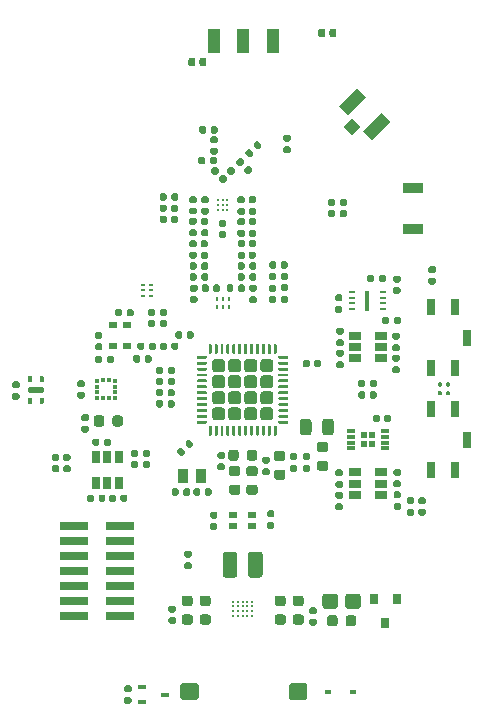
<source format=gtp>
G04 #@! TF.GenerationSoftware,KiCad,Pcbnew,(5.1.6)-1*
G04 #@! TF.CreationDate,2020-06-24T13:46:23+02:00*
G04 #@! TF.ProjectId,ST-Node-V0.1,53542d4e-6f64-4652-9d56-302e312e6b69,rev?*
G04 #@! TF.SameCoordinates,Original*
G04 #@! TF.FileFunction,Paste,Top*
G04 #@! TF.FilePolarity,Positive*
%FSLAX46Y46*%
G04 Gerber Fmt 4.6, Leading zero omitted, Abs format (unit mm)*
G04 Created by KiCad (PCBNEW (5.1.6)-1) date 2020-06-24 13:46:23*
%MOMM*%
%LPD*%
G01*
G04 APERTURE LIST*
%ADD10R,0.500000X0.600000*%
%ADD11R,0.750000X0.300000*%
%ADD12R,0.350000X0.375000*%
%ADD13R,0.375000X0.350000*%
%ADD14C,0.100000*%
%ADD15R,0.600000X0.450000*%
%ADD16R,0.800000X0.900000*%
%ADD17R,0.700000X0.450000*%
%ADD18R,0.650000X1.060000*%
%ADD19R,1.060000X0.650000*%
%ADD20C,0.210000*%
%ADD21R,0.800000X0.550000*%
%ADD22R,0.700000X1.400000*%
%ADD23R,0.700000X1.450000*%
%ADD24R,0.270000X0.330000*%
%ADD25R,0.330000X0.270000*%
%ADD26R,0.800000X0.600000*%
%ADD27R,0.900000X1.150000*%
%ADD28R,0.300000X1.700000*%
%ADD29R,0.600000X0.270000*%
%ADD30C,0.250000*%
%ADD31R,2.400000X0.740000*%
%ADD32R,0.500000X0.800000*%
%ADD33R,1.100000X2.000000*%
%ADD34R,1.700000X0.900000*%
G04 APERTURE END LIST*
G36*
G01*
X137704700Y-104328600D02*
X138049700Y-104328600D01*
G75*
G02*
X138197200Y-104476100I0J-147500D01*
G01*
X138197200Y-104771100D01*
G75*
G02*
X138049700Y-104918600I-147500J0D01*
G01*
X137704700Y-104918600D01*
G75*
G02*
X137557200Y-104771100I0J147500D01*
G01*
X137557200Y-104476100D01*
G75*
G02*
X137704700Y-104328600I147500J0D01*
G01*
G37*
G36*
G01*
X137704700Y-105298600D02*
X138049700Y-105298600D01*
G75*
G02*
X138197200Y-105446100I0J-147500D01*
G01*
X138197200Y-105741100D01*
G75*
G02*
X138049700Y-105888600I-147500J0D01*
G01*
X137704700Y-105888600D01*
G75*
G02*
X137557200Y-105741100I0J147500D01*
G01*
X137557200Y-105446100D01*
G75*
G02*
X137704700Y-105298600I147500J0D01*
G01*
G37*
D10*
X150645500Y-103651400D03*
X150645500Y-102901400D03*
X149995500Y-103651400D03*
X149995500Y-102901400D03*
D11*
X151770500Y-102526400D03*
X151770500Y-103026400D03*
X151770500Y-103526400D03*
X151770500Y-104026400D03*
X148870500Y-104026400D03*
X148870500Y-103526400D03*
X148870500Y-103026400D03*
X148870500Y-102526400D03*
D12*
X128342200Y-99797100D03*
X127842200Y-99797100D03*
X127842200Y-98272100D03*
X128342200Y-98272100D03*
D13*
X127329700Y-99784600D03*
X128854700Y-99784600D03*
X127329700Y-98284600D03*
X128854700Y-98284600D03*
X127329700Y-98784600D03*
X127329700Y-99284600D03*
X128854700Y-98784600D03*
X128854700Y-99284600D03*
D14*
G36*
X148581207Y-75830491D02*
G01*
X147838744Y-75088028D01*
X149394379Y-73532393D01*
X150136842Y-74274856D01*
X148581207Y-75830491D01*
G37*
G36*
X148934760Y-77527546D02*
G01*
X148227654Y-76820440D01*
X148970116Y-76077978D01*
X149677222Y-76785084D01*
X148934760Y-77527546D01*
G37*
G36*
X150667172Y-77916456D02*
G01*
X149924709Y-77173993D01*
X151480344Y-75618358D01*
X152222807Y-76360821D01*
X150667172Y-77916456D01*
G37*
G36*
G01*
X139824025Y-79855274D02*
X139580073Y-80099225D01*
G75*
G02*
X139371477Y-80099225I-104298J104298D01*
G01*
X139162881Y-79890629D01*
G75*
G02*
X139162881Y-79682033I104298J104298D01*
G01*
X139406833Y-79438081D01*
G75*
G02*
X139615429Y-79438081I104298J-104298D01*
G01*
X139824025Y-79646677D01*
G75*
G02*
X139824025Y-79855273I-104298J-104298D01*
G01*
G37*
G36*
G01*
X140509919Y-80541168D02*
X140265967Y-80785119D01*
G75*
G02*
X140057371Y-80785119I-104298J104298D01*
G01*
X139848775Y-80576523D01*
G75*
G02*
X139848775Y-80367927I104298J104298D01*
G01*
X140092727Y-80123975D01*
G75*
G02*
X140301323Y-80123975I104298J-104298D01*
G01*
X140509919Y-80332571D01*
G75*
G02*
X140509919Y-80541167I-104298J-104298D01*
G01*
G37*
G36*
G01*
X138644926Y-80835825D02*
X138400975Y-80591873D01*
G75*
G02*
X138400975Y-80383277I104298J104298D01*
G01*
X138609571Y-80174681D01*
G75*
G02*
X138818167Y-80174681I104298J-104298D01*
G01*
X139062119Y-80418633D01*
G75*
G02*
X139062119Y-80627229I-104298J-104298D01*
G01*
X138853523Y-80835825D01*
G75*
G02*
X138644927Y-80835825I-104298J104298D01*
G01*
G37*
G36*
G01*
X137959032Y-81521719D02*
X137715081Y-81277767D01*
G75*
G02*
X137715081Y-81069171I104298J104298D01*
G01*
X137923677Y-80860575D01*
G75*
G02*
X138132273Y-80860575I104298J-104298D01*
G01*
X138376225Y-81104527D01*
G75*
G02*
X138376225Y-81313123I-104298J-104298D01*
G01*
X138167629Y-81521719D01*
G75*
G02*
X137959033Y-81521719I-104298J104298D01*
G01*
G37*
G36*
G01*
X133641600Y-83865500D02*
X133641600Y-83520500D01*
G75*
G02*
X133789100Y-83373000I147500J0D01*
G01*
X134084100Y-83373000D01*
G75*
G02*
X134231600Y-83520500I0J-147500D01*
G01*
X134231600Y-83865500D01*
G75*
G02*
X134084100Y-84013000I-147500J0D01*
G01*
X133789100Y-84013000D01*
G75*
G02*
X133641600Y-83865500I0J147500D01*
G01*
G37*
G36*
G01*
X132671600Y-83865500D02*
X132671600Y-83520500D01*
G75*
G02*
X132819100Y-83373000I147500J0D01*
G01*
X133114100Y-83373000D01*
G75*
G02*
X133261600Y-83520500I0J-147500D01*
G01*
X133261600Y-83865500D01*
G75*
G02*
X133114100Y-84013000I-147500J0D01*
G01*
X132819100Y-84013000D01*
G75*
G02*
X132671600Y-83865500I0J147500D01*
G01*
G37*
G36*
G01*
X147534000Y-83037900D02*
X147534000Y-83382900D01*
G75*
G02*
X147386500Y-83530400I-147500J0D01*
G01*
X147091500Y-83530400D01*
G75*
G02*
X146944000Y-83382900I0J147500D01*
G01*
X146944000Y-83037900D01*
G75*
G02*
X147091500Y-82890400I147500J0D01*
G01*
X147386500Y-82890400D01*
G75*
G02*
X147534000Y-83037900I0J-147500D01*
G01*
G37*
G36*
G01*
X148504000Y-83037900D02*
X148504000Y-83382900D01*
G75*
G02*
X148356500Y-83530400I-147500J0D01*
G01*
X148061500Y-83530400D01*
G75*
G02*
X147914000Y-83382900I0J147500D01*
G01*
X147914000Y-83037900D01*
G75*
G02*
X148061500Y-82890400I147500J0D01*
G01*
X148356500Y-82890400D01*
G75*
G02*
X148504000Y-83037900I0J-147500D01*
G01*
G37*
G36*
G01*
X142573950Y-105814200D02*
X143086450Y-105814200D01*
G75*
G02*
X143305200Y-106032950I0J-218750D01*
G01*
X143305200Y-106470450D01*
G75*
G02*
X143086450Y-106689200I-218750J0D01*
G01*
X142573950Y-106689200D01*
G75*
G02*
X142355200Y-106470450I0J218750D01*
G01*
X142355200Y-106032950D01*
G75*
G02*
X142573950Y-105814200I218750J0D01*
G01*
G37*
G36*
G01*
X142573950Y-104239200D02*
X143086450Y-104239200D01*
G75*
G02*
X143305200Y-104457950I0J-218750D01*
G01*
X143305200Y-104895450D01*
G75*
G02*
X143086450Y-105114200I-218750J0D01*
G01*
X142573950Y-105114200D01*
G75*
G02*
X142355200Y-104895450I0J218750D01*
G01*
X142355200Y-104457950D01*
G75*
G02*
X142573950Y-104239200I218750J0D01*
G01*
G37*
G36*
G01*
X146206150Y-105052200D02*
X146718650Y-105052200D01*
G75*
G02*
X146937400Y-105270950I0J-218750D01*
G01*
X146937400Y-105708450D01*
G75*
G02*
X146718650Y-105927200I-218750J0D01*
G01*
X146206150Y-105927200D01*
G75*
G02*
X145987400Y-105708450I0J218750D01*
G01*
X145987400Y-105270950D01*
G75*
G02*
X146206150Y-105052200I218750J0D01*
G01*
G37*
G36*
G01*
X146206150Y-103477200D02*
X146718650Y-103477200D01*
G75*
G02*
X146937400Y-103695950I0J-218750D01*
G01*
X146937400Y-104133450D01*
G75*
G02*
X146718650Y-104352200I-218750J0D01*
G01*
X146206150Y-104352200D01*
G75*
G02*
X145987400Y-104133450I0J218750D01*
G01*
X145987400Y-103695950D01*
G75*
G02*
X146206150Y-103477200I218750J0D01*
G01*
G37*
G36*
G01*
X132296400Y-93274100D02*
X132296400Y-93619100D01*
G75*
G02*
X132148900Y-93766600I-147500J0D01*
G01*
X131853900Y-93766600D01*
G75*
G02*
X131706400Y-93619100I0J147500D01*
G01*
X131706400Y-93274100D01*
G75*
G02*
X131853900Y-93126600I147500J0D01*
G01*
X132148900Y-93126600D01*
G75*
G02*
X132296400Y-93274100I0J-147500D01*
G01*
G37*
G36*
G01*
X133266400Y-93274100D02*
X133266400Y-93619100D01*
G75*
G02*
X133118900Y-93766600I-147500J0D01*
G01*
X132823900Y-93766600D01*
G75*
G02*
X132676400Y-93619100I0J147500D01*
G01*
X132676400Y-93274100D01*
G75*
G02*
X132823900Y-93126600I147500J0D01*
G01*
X133118900Y-93126600D01*
G75*
G02*
X133266400Y-93274100I0J-147500D01*
G01*
G37*
G36*
G01*
X142530060Y-88328720D02*
X142530060Y-88673720D01*
G75*
G02*
X142382560Y-88821220I-147500J0D01*
G01*
X142087560Y-88821220D01*
G75*
G02*
X141940060Y-88673720I0J147500D01*
G01*
X141940060Y-88328720D01*
G75*
G02*
X142087560Y-88181220I147500J0D01*
G01*
X142382560Y-88181220D01*
G75*
G02*
X142530060Y-88328720I0J-147500D01*
G01*
G37*
G36*
G01*
X143500060Y-88328720D02*
X143500060Y-88673720D01*
G75*
G02*
X143352560Y-88821220I-147500J0D01*
G01*
X143057560Y-88821220D01*
G75*
G02*
X142910060Y-88673720I0J147500D01*
G01*
X142910060Y-88328720D01*
G75*
G02*
X143057560Y-88181220I147500J0D01*
G01*
X143352560Y-88181220D01*
G75*
G02*
X143500060Y-88328720I0J-147500D01*
G01*
G37*
G36*
G01*
X132676400Y-92679300D02*
X132676400Y-92334300D01*
G75*
G02*
X132823900Y-92186800I147500J0D01*
G01*
X133118900Y-92186800D01*
G75*
G02*
X133266400Y-92334300I0J-147500D01*
G01*
X133266400Y-92679300D01*
G75*
G02*
X133118900Y-92826800I-147500J0D01*
G01*
X132823900Y-92826800D01*
G75*
G02*
X132676400Y-92679300I0J147500D01*
G01*
G37*
G36*
G01*
X131706400Y-92679300D02*
X131706400Y-92334300D01*
G75*
G02*
X131853900Y-92186800I147500J0D01*
G01*
X132148900Y-92186800D01*
G75*
G02*
X132296400Y-92334300I0J-147500D01*
G01*
X132296400Y-92679300D01*
G75*
G02*
X132148900Y-92826800I-147500J0D01*
G01*
X131853900Y-92826800D01*
G75*
G02*
X131706400Y-92679300I0J147500D01*
G01*
G37*
G36*
G01*
X143412500Y-89751400D02*
X143067500Y-89751400D01*
G75*
G02*
X142920000Y-89603900I0J147500D01*
G01*
X142920000Y-89308900D01*
G75*
G02*
X143067500Y-89161400I147500J0D01*
G01*
X143412500Y-89161400D01*
G75*
G02*
X143560000Y-89308900I0J-147500D01*
G01*
X143560000Y-89603900D01*
G75*
G02*
X143412500Y-89751400I-147500J0D01*
G01*
G37*
G36*
G01*
X143412500Y-90721400D02*
X143067500Y-90721400D01*
G75*
G02*
X142920000Y-90573900I0J147500D01*
G01*
X142920000Y-90278900D01*
G75*
G02*
X143067500Y-90131400I147500J0D01*
G01*
X143412500Y-90131400D01*
G75*
G02*
X143560000Y-90278900I0J-147500D01*
G01*
X143560000Y-90573900D01*
G75*
G02*
X143412500Y-90721400I-147500J0D01*
G01*
G37*
G36*
G01*
X138763950Y-107084200D02*
X139276450Y-107084200D01*
G75*
G02*
X139495200Y-107302950I0J-218750D01*
G01*
X139495200Y-107740450D01*
G75*
G02*
X139276450Y-107959200I-218750J0D01*
G01*
X138763950Y-107959200D01*
G75*
G02*
X138545200Y-107740450I0J218750D01*
G01*
X138545200Y-107302950D01*
G75*
G02*
X138763950Y-107084200I218750J0D01*
G01*
G37*
G36*
G01*
X138763950Y-105509200D02*
X139276450Y-105509200D01*
G75*
G02*
X139495200Y-105727950I0J-218750D01*
G01*
X139495200Y-106165450D01*
G75*
G02*
X139276450Y-106384200I-218750J0D01*
G01*
X138763950Y-106384200D01*
G75*
G02*
X138545200Y-106165450I0J218750D01*
G01*
X138545200Y-105727950D01*
G75*
G02*
X138763950Y-105509200I218750J0D01*
G01*
G37*
G36*
G01*
X140237150Y-107084200D02*
X140749650Y-107084200D01*
G75*
G02*
X140968400Y-107302950I0J-218750D01*
G01*
X140968400Y-107740450D01*
G75*
G02*
X140749650Y-107959200I-218750J0D01*
G01*
X140237150Y-107959200D01*
G75*
G02*
X140018400Y-107740450I0J218750D01*
G01*
X140018400Y-107302950D01*
G75*
G02*
X140237150Y-107084200I218750J0D01*
G01*
G37*
G36*
G01*
X140237150Y-105509200D02*
X140749650Y-105509200D01*
G75*
G02*
X140968400Y-105727950I0J-218750D01*
G01*
X140968400Y-106165450D01*
G75*
G02*
X140749650Y-106384200I-218750J0D01*
G01*
X140237150Y-106384200D01*
G75*
G02*
X140018400Y-106165450I0J218750D01*
G01*
X140018400Y-105727950D01*
G75*
G02*
X140237150Y-105509200I218750J0D01*
G01*
G37*
G36*
G01*
X150079700Y-99319300D02*
X150079700Y-99664300D01*
G75*
G02*
X149932200Y-99811800I-147500J0D01*
G01*
X149637200Y-99811800D01*
G75*
G02*
X149489700Y-99664300I0J147500D01*
G01*
X149489700Y-99319300D01*
G75*
G02*
X149637200Y-99171800I147500J0D01*
G01*
X149932200Y-99171800D01*
G75*
G02*
X150079700Y-99319300I0J-147500D01*
G01*
G37*
G36*
G01*
X151049700Y-99319300D02*
X151049700Y-99664300D01*
G75*
G02*
X150902200Y-99811800I-147500J0D01*
G01*
X150607200Y-99811800D01*
G75*
G02*
X150459700Y-99664300I0J147500D01*
G01*
X150459700Y-99319300D01*
G75*
G02*
X150607200Y-99171800I147500J0D01*
G01*
X150902200Y-99171800D01*
G75*
G02*
X151049700Y-99319300I0J-147500D01*
G01*
G37*
G36*
G01*
X120325100Y-99326200D02*
X120670100Y-99326200D01*
G75*
G02*
X120817600Y-99473700I0J-147500D01*
G01*
X120817600Y-99768700D01*
G75*
G02*
X120670100Y-99916200I-147500J0D01*
G01*
X120325100Y-99916200D01*
G75*
G02*
X120177600Y-99768700I0J147500D01*
G01*
X120177600Y-99473700D01*
G75*
G02*
X120325100Y-99326200I147500J0D01*
G01*
G37*
G36*
G01*
X120325100Y-98356200D02*
X120670100Y-98356200D01*
G75*
G02*
X120817600Y-98503700I0J-147500D01*
G01*
X120817600Y-98798700D01*
G75*
G02*
X120670100Y-98946200I-147500J0D01*
G01*
X120325100Y-98946200D01*
G75*
G02*
X120177600Y-98798700I0J147500D01*
G01*
X120177600Y-98503700D01*
G75*
G02*
X120325100Y-98356200I147500J0D01*
G01*
G37*
G36*
G01*
X151691600Y-101670900D02*
X151691600Y-101325900D01*
G75*
G02*
X151839100Y-101178400I147500J0D01*
G01*
X152134100Y-101178400D01*
G75*
G02*
X152281600Y-101325900I0J-147500D01*
G01*
X152281600Y-101670900D01*
G75*
G02*
X152134100Y-101818400I-147500J0D01*
G01*
X151839100Y-101818400D01*
G75*
G02*
X151691600Y-101670900I0J147500D01*
G01*
G37*
G36*
G01*
X150721600Y-101670900D02*
X150721600Y-101325900D01*
G75*
G02*
X150869100Y-101178400I147500J0D01*
G01*
X151164100Y-101178400D01*
G75*
G02*
X151311600Y-101325900I0J-147500D01*
G01*
X151311600Y-101670900D01*
G75*
G02*
X151164100Y-101818400I-147500J0D01*
G01*
X150869100Y-101818400D01*
G75*
G02*
X150721600Y-101670900I0J147500D01*
G01*
G37*
G36*
G01*
X126537500Y-101714800D02*
X126192500Y-101714800D01*
G75*
G02*
X126045000Y-101567300I0J147500D01*
G01*
X126045000Y-101272300D01*
G75*
G02*
X126192500Y-101124800I147500J0D01*
G01*
X126537500Y-101124800D01*
G75*
G02*
X126685000Y-101272300I0J-147500D01*
G01*
X126685000Y-101567300D01*
G75*
G02*
X126537500Y-101714800I-147500J0D01*
G01*
G37*
G36*
G01*
X126537500Y-102684800D02*
X126192500Y-102684800D01*
G75*
G02*
X126045000Y-102537300I0J147500D01*
G01*
X126045000Y-102242300D01*
G75*
G02*
X126192500Y-102094800I147500J0D01*
G01*
X126537500Y-102094800D01*
G75*
G02*
X126685000Y-102242300I0J-147500D01*
G01*
X126685000Y-102537300D01*
G75*
G02*
X126537500Y-102684800I-147500J0D01*
G01*
G37*
G36*
G01*
X152583100Y-89390000D02*
X152928100Y-89390000D01*
G75*
G02*
X153075600Y-89537500I0J-147500D01*
G01*
X153075600Y-89832500D01*
G75*
G02*
X152928100Y-89980000I-147500J0D01*
G01*
X152583100Y-89980000D01*
G75*
G02*
X152435600Y-89832500I0J147500D01*
G01*
X152435600Y-89537500D01*
G75*
G02*
X152583100Y-89390000I147500J0D01*
G01*
G37*
G36*
G01*
X152583100Y-90360000D02*
X152928100Y-90360000D01*
G75*
G02*
X153075600Y-90507500I0J-147500D01*
G01*
X153075600Y-90802500D01*
G75*
G02*
X152928100Y-90950000I-147500J0D01*
G01*
X152583100Y-90950000D01*
G75*
G02*
X152435600Y-90802500I0J147500D01*
G01*
X152435600Y-90507500D01*
G75*
G02*
X152583100Y-90360000I147500J0D01*
G01*
G37*
G36*
G01*
X125836900Y-99224600D02*
X126181900Y-99224600D01*
G75*
G02*
X126329400Y-99372100I0J-147500D01*
G01*
X126329400Y-99667100D01*
G75*
G02*
X126181900Y-99814600I-147500J0D01*
G01*
X125836900Y-99814600D01*
G75*
G02*
X125689400Y-99667100I0J147500D01*
G01*
X125689400Y-99372100D01*
G75*
G02*
X125836900Y-99224600I147500J0D01*
G01*
G37*
G36*
G01*
X125836900Y-98254600D02*
X126181900Y-98254600D01*
G75*
G02*
X126329400Y-98402100I0J-147500D01*
G01*
X126329400Y-98697100D01*
G75*
G02*
X126181900Y-98844600I-147500J0D01*
G01*
X125836900Y-98844600D01*
G75*
G02*
X125689400Y-98697100I0J147500D01*
G01*
X125689400Y-98402100D01*
G75*
G02*
X125836900Y-98254600I147500J0D01*
G01*
G37*
G36*
G01*
X146857000Y-118874250D02*
X146857000Y-118361750D01*
G75*
G02*
X147075750Y-118143000I218750J0D01*
G01*
X147513250Y-118143000D01*
G75*
G02*
X147732000Y-118361750I0J-218750D01*
G01*
X147732000Y-118874250D01*
G75*
G02*
X147513250Y-119093000I-218750J0D01*
G01*
X147075750Y-119093000D01*
G75*
G02*
X146857000Y-118874250I0J218750D01*
G01*
G37*
G36*
G01*
X148432000Y-118874250D02*
X148432000Y-118361750D01*
G75*
G02*
X148650750Y-118143000I218750J0D01*
G01*
X149088250Y-118143000D01*
G75*
G02*
X149307000Y-118361750I0J-218750D01*
G01*
X149307000Y-118874250D01*
G75*
G02*
X149088250Y-119093000I-218750J0D01*
G01*
X148650750Y-119093000D01*
G75*
G02*
X148432000Y-118874250I0J218750D01*
G01*
G37*
G36*
G01*
X130703100Y-105707400D02*
X130358100Y-105707400D01*
G75*
G02*
X130210600Y-105559900I0J147500D01*
G01*
X130210600Y-105264900D01*
G75*
G02*
X130358100Y-105117400I147500J0D01*
G01*
X130703100Y-105117400D01*
G75*
G02*
X130850600Y-105264900I0J-147500D01*
G01*
X130850600Y-105559900D01*
G75*
G02*
X130703100Y-105707400I-147500J0D01*
G01*
G37*
G36*
G01*
X130703100Y-104737400D02*
X130358100Y-104737400D01*
G75*
G02*
X130210600Y-104589900I0J147500D01*
G01*
X130210600Y-104294900D01*
G75*
G02*
X130358100Y-104147400I147500J0D01*
G01*
X130703100Y-104147400D01*
G75*
G02*
X130850600Y-104294900I0J-147500D01*
G01*
X130850600Y-104589900D01*
G75*
G02*
X130703100Y-104737400I-147500J0D01*
G01*
G37*
G36*
G01*
X147773100Y-94779600D02*
X148118100Y-94779600D01*
G75*
G02*
X148265600Y-94927100I0J-147500D01*
G01*
X148265600Y-95222100D01*
G75*
G02*
X148118100Y-95369600I-147500J0D01*
G01*
X147773100Y-95369600D01*
G75*
G02*
X147625600Y-95222100I0J147500D01*
G01*
X147625600Y-94927100D01*
G75*
G02*
X147773100Y-94779600I147500J0D01*
G01*
G37*
G36*
G01*
X147773100Y-93809600D02*
X148118100Y-93809600D01*
G75*
G02*
X148265600Y-93957100I0J-147500D01*
G01*
X148265600Y-94252100D01*
G75*
G02*
X148118100Y-94399600I-147500J0D01*
G01*
X147773100Y-94399600D01*
G75*
G02*
X147625600Y-94252100I0J147500D01*
G01*
X147625600Y-93957100D01*
G75*
G02*
X147773100Y-93809600I147500J0D01*
G01*
G37*
G36*
G01*
X152862820Y-97665760D02*
X152517820Y-97665760D01*
G75*
G02*
X152370320Y-97518260I0J147500D01*
G01*
X152370320Y-97223260D01*
G75*
G02*
X152517820Y-97075760I147500J0D01*
G01*
X152862820Y-97075760D01*
G75*
G02*
X153010320Y-97223260I0J-147500D01*
G01*
X153010320Y-97518260D01*
G75*
G02*
X152862820Y-97665760I-147500J0D01*
G01*
G37*
G36*
G01*
X152862820Y-96695760D02*
X152517820Y-96695760D01*
G75*
G02*
X152370320Y-96548260I0J147500D01*
G01*
X152370320Y-96253260D01*
G75*
G02*
X152517820Y-96105760I147500J0D01*
G01*
X152862820Y-96105760D01*
G75*
G02*
X153010320Y-96253260I0J-147500D01*
G01*
X153010320Y-96548260D01*
G75*
G02*
X152862820Y-96695760I-147500J0D01*
G01*
G37*
G36*
G01*
X131374100Y-105117400D02*
X131719100Y-105117400D01*
G75*
G02*
X131866600Y-105264900I0J-147500D01*
G01*
X131866600Y-105559900D01*
G75*
G02*
X131719100Y-105707400I-147500J0D01*
G01*
X131374100Y-105707400D01*
G75*
G02*
X131226600Y-105559900I0J147500D01*
G01*
X131226600Y-105264900D01*
G75*
G02*
X131374100Y-105117400I147500J0D01*
G01*
G37*
G36*
G01*
X131374100Y-104147400D02*
X131719100Y-104147400D01*
G75*
G02*
X131866600Y-104294900I0J-147500D01*
G01*
X131866600Y-104589900D01*
G75*
G02*
X131719100Y-104737400I-147500J0D01*
G01*
X131374100Y-104737400D01*
G75*
G02*
X131226600Y-104589900I0J147500D01*
G01*
X131226600Y-104294900D01*
G75*
G02*
X131374100Y-104147400I147500J0D01*
G01*
G37*
G36*
G01*
X152969500Y-109227700D02*
X152624500Y-109227700D01*
G75*
G02*
X152477000Y-109080200I0J147500D01*
G01*
X152477000Y-108785200D01*
G75*
G02*
X152624500Y-108637700I147500J0D01*
G01*
X152969500Y-108637700D01*
G75*
G02*
X153117000Y-108785200I0J-147500D01*
G01*
X153117000Y-109080200D01*
G75*
G02*
X152969500Y-109227700I-147500J0D01*
G01*
G37*
G36*
G01*
X152969500Y-108257700D02*
X152624500Y-108257700D01*
G75*
G02*
X152477000Y-108110200I0J147500D01*
G01*
X152477000Y-107815200D01*
G75*
G02*
X152624500Y-107667700I147500J0D01*
G01*
X152969500Y-107667700D01*
G75*
G02*
X153117000Y-107815200I0J-147500D01*
G01*
X153117000Y-108110200D01*
G75*
G02*
X152969500Y-108257700I-147500J0D01*
G01*
G37*
G36*
G01*
X128910000Y-92704700D02*
X128910000Y-92359700D01*
G75*
G02*
X129057500Y-92212200I147500J0D01*
G01*
X129352500Y-92212200D01*
G75*
G02*
X129500000Y-92359700I0J-147500D01*
G01*
X129500000Y-92704700D01*
G75*
G02*
X129352500Y-92852200I-147500J0D01*
G01*
X129057500Y-92852200D01*
G75*
G02*
X128910000Y-92704700I0J147500D01*
G01*
G37*
G36*
G01*
X129880000Y-92704700D02*
X129880000Y-92359700D01*
G75*
G02*
X130027500Y-92212200I147500J0D01*
G01*
X130322500Y-92212200D01*
G75*
G02*
X130470000Y-92359700I0J-147500D01*
G01*
X130470000Y-92704700D01*
G75*
G02*
X130322500Y-92852200I-147500J0D01*
G01*
X130027500Y-92852200D01*
G75*
G02*
X129880000Y-92704700I0J147500D01*
G01*
G37*
G36*
G01*
X133667000Y-95549500D02*
X133667000Y-95204500D01*
G75*
G02*
X133814500Y-95057000I147500J0D01*
G01*
X134109500Y-95057000D01*
G75*
G02*
X134257000Y-95204500I0J-147500D01*
G01*
X134257000Y-95549500D01*
G75*
G02*
X134109500Y-95697000I-147500J0D01*
G01*
X133814500Y-95697000D01*
G75*
G02*
X133667000Y-95549500I0J147500D01*
G01*
G37*
G36*
G01*
X132697000Y-95549500D02*
X132697000Y-95204500D01*
G75*
G02*
X132844500Y-95057000I147500J0D01*
G01*
X133139500Y-95057000D01*
G75*
G02*
X133287000Y-95204500I0J-147500D01*
G01*
X133287000Y-95549500D01*
G75*
G02*
X133139500Y-95697000I-147500J0D01*
G01*
X132844500Y-95697000D01*
G75*
G02*
X132697000Y-95549500I0J147500D01*
G01*
G37*
G36*
G01*
X134277600Y-107548900D02*
X134277600Y-107893900D01*
G75*
G02*
X134130100Y-108041400I-147500J0D01*
G01*
X133835100Y-108041400D01*
G75*
G02*
X133687600Y-107893900I0J147500D01*
G01*
X133687600Y-107548900D01*
G75*
G02*
X133835100Y-107401400I147500J0D01*
G01*
X134130100Y-107401400D01*
G75*
G02*
X134277600Y-107548900I0J-147500D01*
G01*
G37*
G36*
G01*
X135247600Y-107548900D02*
X135247600Y-107893900D01*
G75*
G02*
X135100100Y-108041400I-147500J0D01*
G01*
X134805100Y-108041400D01*
G75*
G02*
X134657600Y-107893900I0J147500D01*
G01*
X134657600Y-107548900D01*
G75*
G02*
X134805100Y-107401400I147500J0D01*
G01*
X135100100Y-107401400D01*
G75*
G02*
X135247600Y-107548900I0J-147500D01*
G01*
G37*
G36*
G01*
X142067500Y-89199500D02*
X142412500Y-89199500D01*
G75*
G02*
X142560000Y-89347000I0J-147500D01*
G01*
X142560000Y-89642000D01*
G75*
G02*
X142412500Y-89789500I-147500J0D01*
G01*
X142067500Y-89789500D01*
G75*
G02*
X141920000Y-89642000I0J147500D01*
G01*
X141920000Y-89347000D01*
G75*
G02*
X142067500Y-89199500I147500J0D01*
G01*
G37*
G36*
G01*
X142067500Y-90169500D02*
X142412500Y-90169500D01*
G75*
G02*
X142560000Y-90317000I0J-147500D01*
G01*
X142560000Y-90612000D01*
G75*
G02*
X142412500Y-90759500I-147500J0D01*
G01*
X142067500Y-90759500D01*
G75*
G02*
X141920000Y-90612000I0J147500D01*
G01*
X141920000Y-90317000D01*
G75*
G02*
X142067500Y-90169500I147500J0D01*
G01*
G37*
G36*
G01*
X136486400Y-107893900D02*
X136486400Y-107548900D01*
G75*
G02*
X136633900Y-107401400I147500J0D01*
G01*
X136928900Y-107401400D01*
G75*
G02*
X137076400Y-107548900I0J-147500D01*
G01*
X137076400Y-107893900D01*
G75*
G02*
X136928900Y-108041400I-147500J0D01*
G01*
X136633900Y-108041400D01*
G75*
G02*
X136486400Y-107893900I0J147500D01*
G01*
G37*
G36*
G01*
X135516400Y-107893900D02*
X135516400Y-107548900D01*
G75*
G02*
X135663900Y-107401400I147500J0D01*
G01*
X135958900Y-107401400D01*
G75*
G02*
X136106400Y-107548900I0J-147500D01*
G01*
X136106400Y-107893900D01*
G75*
G02*
X135958900Y-108041400I-147500J0D01*
G01*
X135663900Y-108041400D01*
G75*
G02*
X135516400Y-107893900I0J147500D01*
G01*
G37*
G36*
G01*
X150077300Y-98366800D02*
X150077300Y-98711800D01*
G75*
G02*
X149929800Y-98859300I-147500J0D01*
G01*
X149634800Y-98859300D01*
G75*
G02*
X149487300Y-98711800I0J147500D01*
G01*
X149487300Y-98366800D01*
G75*
G02*
X149634800Y-98219300I147500J0D01*
G01*
X149929800Y-98219300D01*
G75*
G02*
X150077300Y-98366800I0J-147500D01*
G01*
G37*
G36*
G01*
X151047300Y-98366800D02*
X151047300Y-98711800D01*
G75*
G02*
X150899800Y-98859300I-147500J0D01*
G01*
X150604800Y-98859300D01*
G75*
G02*
X150457300Y-98711800I0J147500D01*
G01*
X150457300Y-98366800D01*
G75*
G02*
X150604800Y-98219300I147500J0D01*
G01*
X150899800Y-98219300D01*
G75*
G02*
X151047300Y-98366800I0J-147500D01*
G01*
G37*
G36*
G01*
X137797000Y-90289600D02*
X137797000Y-90634600D01*
G75*
G02*
X137649500Y-90782100I-147500J0D01*
G01*
X137354500Y-90782100D01*
G75*
G02*
X137207000Y-90634600I0J147500D01*
G01*
X137207000Y-90289600D01*
G75*
G02*
X137354500Y-90142100I147500J0D01*
G01*
X137649500Y-90142100D01*
G75*
G02*
X137797000Y-90289600I0J-147500D01*
G01*
G37*
G36*
G01*
X136827000Y-90289600D02*
X136827000Y-90634600D01*
G75*
G02*
X136679500Y-90782100I-147500J0D01*
G01*
X136384500Y-90782100D01*
G75*
G02*
X136237000Y-90634600I0J147500D01*
G01*
X136237000Y-90289600D01*
G75*
G02*
X136384500Y-90142100I147500J0D01*
G01*
X136679500Y-90142100D01*
G75*
G02*
X136827000Y-90289600I0J-147500D01*
G01*
G37*
G36*
G01*
X138922500Y-90289600D02*
X138922500Y-90634600D01*
G75*
G02*
X138775000Y-90782100I-147500J0D01*
G01*
X138480000Y-90782100D01*
G75*
G02*
X138332500Y-90634600I0J147500D01*
G01*
X138332500Y-90289600D01*
G75*
G02*
X138480000Y-90142100I147500J0D01*
G01*
X138775000Y-90142100D01*
G75*
G02*
X138922500Y-90289600I0J-147500D01*
G01*
G37*
G36*
G01*
X139892500Y-90289600D02*
X139892500Y-90634600D01*
G75*
G02*
X139745000Y-90782100I-147500J0D01*
G01*
X139450000Y-90782100D01*
G75*
G02*
X139302500Y-90634600I0J147500D01*
G01*
X139302500Y-90289600D01*
G75*
G02*
X139450000Y-90142100I147500J0D01*
G01*
X139745000Y-90142100D01*
G75*
G02*
X139892500Y-90289600I0J-147500D01*
G01*
G37*
G36*
G01*
X135811000Y-88422700D02*
X135811000Y-88767700D01*
G75*
G02*
X135663500Y-88915200I-147500J0D01*
G01*
X135368500Y-88915200D01*
G75*
G02*
X135221000Y-88767700I0J147500D01*
G01*
X135221000Y-88422700D01*
G75*
G02*
X135368500Y-88275200I147500J0D01*
G01*
X135663500Y-88275200D01*
G75*
G02*
X135811000Y-88422700I0J-147500D01*
G01*
G37*
G36*
G01*
X136781000Y-88422700D02*
X136781000Y-88767700D01*
G75*
G02*
X136633500Y-88915200I-147500J0D01*
G01*
X136338500Y-88915200D01*
G75*
G02*
X136191000Y-88767700I0J147500D01*
G01*
X136191000Y-88422700D01*
G75*
G02*
X136338500Y-88275200I147500J0D01*
G01*
X136633500Y-88275200D01*
G75*
G02*
X136781000Y-88422700I0J-147500D01*
G01*
G37*
G36*
G01*
X140252600Y-88742300D02*
X140252600Y-88397300D01*
G75*
G02*
X140400100Y-88249800I147500J0D01*
G01*
X140695100Y-88249800D01*
G75*
G02*
X140842600Y-88397300I0J-147500D01*
G01*
X140842600Y-88742300D01*
G75*
G02*
X140695100Y-88889800I-147500J0D01*
G01*
X140400100Y-88889800D01*
G75*
G02*
X140252600Y-88742300I0J147500D01*
G01*
G37*
G36*
G01*
X139282600Y-88742300D02*
X139282600Y-88397300D01*
G75*
G02*
X139430100Y-88249800I147500J0D01*
G01*
X139725100Y-88249800D01*
G75*
G02*
X139872600Y-88397300I0J-147500D01*
G01*
X139872600Y-88742300D01*
G75*
G02*
X139725100Y-88889800I-147500J0D01*
G01*
X139430100Y-88889800D01*
G75*
G02*
X139282600Y-88742300I0J147500D01*
G01*
G37*
G36*
G01*
X136630700Y-87978200D02*
X136285700Y-87978200D01*
G75*
G02*
X136138200Y-87830700I0J147500D01*
G01*
X136138200Y-87535700D01*
G75*
G02*
X136285700Y-87388200I147500J0D01*
G01*
X136630700Y-87388200D01*
G75*
G02*
X136778200Y-87535700I0J-147500D01*
G01*
X136778200Y-87830700D01*
G75*
G02*
X136630700Y-87978200I-147500J0D01*
G01*
G37*
G36*
G01*
X136630700Y-87008200D02*
X136285700Y-87008200D01*
G75*
G02*
X136138200Y-86860700I0J147500D01*
G01*
X136138200Y-86565700D01*
G75*
G02*
X136285700Y-86418200I147500J0D01*
G01*
X136630700Y-86418200D01*
G75*
G02*
X136778200Y-86565700I0J-147500D01*
G01*
X136778200Y-86860700D01*
G75*
G02*
X136630700Y-87008200I-147500J0D01*
G01*
G37*
G36*
G01*
X139780300Y-86982801D02*
X139435300Y-86982801D01*
G75*
G02*
X139287800Y-86835301I0J147500D01*
G01*
X139287800Y-86540301D01*
G75*
G02*
X139435300Y-86392801I147500J0D01*
G01*
X139780300Y-86392801D01*
G75*
G02*
X139927800Y-86540301I0J-147500D01*
G01*
X139927800Y-86835301D01*
G75*
G02*
X139780300Y-86982801I-147500J0D01*
G01*
G37*
G36*
G01*
X139780300Y-87952801D02*
X139435300Y-87952801D01*
G75*
G02*
X139287800Y-87805301I0J147500D01*
G01*
X139287800Y-87510301D01*
G75*
G02*
X139435300Y-87362801I147500J0D01*
G01*
X139780300Y-87362801D01*
G75*
G02*
X139927800Y-87510301I0J-147500D01*
G01*
X139927800Y-87805301D01*
G75*
G02*
X139780300Y-87952801I-147500J0D01*
G01*
G37*
G36*
G01*
X136311100Y-85483200D02*
X136656100Y-85483200D01*
G75*
G02*
X136803600Y-85630700I0J-147500D01*
G01*
X136803600Y-85925700D01*
G75*
G02*
X136656100Y-86073200I-147500J0D01*
G01*
X136311100Y-86073200D01*
G75*
G02*
X136163600Y-85925700I0J147500D01*
G01*
X136163600Y-85630700D01*
G75*
G02*
X136311100Y-85483200I147500J0D01*
G01*
G37*
G36*
G01*
X136311100Y-84513200D02*
X136656100Y-84513200D01*
G75*
G02*
X136803600Y-84660700I0J-147500D01*
G01*
X136803600Y-84955700D01*
G75*
G02*
X136656100Y-85103200I-147500J0D01*
G01*
X136311100Y-85103200D01*
G75*
G02*
X136163600Y-84955700I0J147500D01*
G01*
X136163600Y-84660700D01*
G75*
G02*
X136311100Y-84513200I147500J0D01*
G01*
G37*
G36*
G01*
X139409900Y-84538600D02*
X139754900Y-84538600D01*
G75*
G02*
X139902400Y-84686100I0J-147500D01*
G01*
X139902400Y-84981100D01*
G75*
G02*
X139754900Y-85128600I-147500J0D01*
G01*
X139409900Y-85128600D01*
G75*
G02*
X139262400Y-84981100I0J147500D01*
G01*
X139262400Y-84686100D01*
G75*
G02*
X139409900Y-84538600I147500J0D01*
G01*
G37*
G36*
G01*
X139409900Y-85508600D02*
X139754900Y-85508600D01*
G75*
G02*
X139902400Y-85656100I0J-147500D01*
G01*
X139902400Y-85951100D01*
G75*
G02*
X139754900Y-86098600I-147500J0D01*
G01*
X139409900Y-86098600D01*
G75*
G02*
X139262400Y-85951100I0J147500D01*
G01*
X139262400Y-85656100D01*
G75*
G02*
X139409900Y-85508600I147500J0D01*
G01*
G37*
G36*
G01*
X135665500Y-86073200D02*
X135320500Y-86073200D01*
G75*
G02*
X135173000Y-85925700I0J147500D01*
G01*
X135173000Y-85630700D01*
G75*
G02*
X135320500Y-85483200I147500J0D01*
G01*
X135665500Y-85483200D01*
G75*
G02*
X135813000Y-85630700I0J-147500D01*
G01*
X135813000Y-85925700D01*
G75*
G02*
X135665500Y-86073200I-147500J0D01*
G01*
G37*
G36*
G01*
X135665500Y-85103200D02*
X135320500Y-85103200D01*
G75*
G02*
X135173000Y-84955700I0J147500D01*
G01*
X135173000Y-84660700D01*
G75*
G02*
X135320500Y-84513200I147500J0D01*
G01*
X135665500Y-84513200D01*
G75*
G02*
X135813000Y-84660700I0J-147500D01*
G01*
X135813000Y-84955700D01*
G75*
G02*
X135665500Y-85103200I-147500J0D01*
G01*
G37*
G36*
G01*
X140694700Y-85128600D02*
X140349700Y-85128600D01*
G75*
G02*
X140202200Y-84981100I0J147500D01*
G01*
X140202200Y-84686100D01*
G75*
G02*
X140349700Y-84538600I147500J0D01*
G01*
X140694700Y-84538600D01*
G75*
G02*
X140842200Y-84686100I0J-147500D01*
G01*
X140842200Y-84981100D01*
G75*
G02*
X140694700Y-85128600I-147500J0D01*
G01*
G37*
G36*
G01*
X140694700Y-86098600D02*
X140349700Y-86098600D01*
G75*
G02*
X140202200Y-85951100I0J147500D01*
G01*
X140202200Y-85656100D01*
G75*
G02*
X140349700Y-85508600I147500J0D01*
G01*
X140694700Y-85508600D01*
G75*
G02*
X140842200Y-85656100I0J-147500D01*
G01*
X140842200Y-85951100D01*
G75*
G02*
X140694700Y-86098600I-147500J0D01*
G01*
G37*
G36*
G01*
X136681500Y-83274400D02*
X136336500Y-83274400D01*
G75*
G02*
X136189000Y-83126900I0J147500D01*
G01*
X136189000Y-82831900D01*
G75*
G02*
X136336500Y-82684400I147500J0D01*
G01*
X136681500Y-82684400D01*
G75*
G02*
X136829000Y-82831900I0J-147500D01*
G01*
X136829000Y-83126900D01*
G75*
G02*
X136681500Y-83274400I-147500J0D01*
G01*
G37*
G36*
G01*
X136681500Y-84244400D02*
X136336500Y-84244400D01*
G75*
G02*
X136189000Y-84096900I0J147500D01*
G01*
X136189000Y-83801900D01*
G75*
G02*
X136336500Y-83654400I147500J0D01*
G01*
X136681500Y-83654400D01*
G75*
G02*
X136829000Y-83801900I0J-147500D01*
G01*
X136829000Y-84096900D01*
G75*
G02*
X136681500Y-84244400I-147500J0D01*
G01*
G37*
G36*
G01*
X139754900Y-84244400D02*
X139409900Y-84244400D01*
G75*
G02*
X139262400Y-84096900I0J147500D01*
G01*
X139262400Y-83801900D01*
G75*
G02*
X139409900Y-83654400I147500J0D01*
G01*
X139754900Y-83654400D01*
G75*
G02*
X139902400Y-83801900I0J-147500D01*
G01*
X139902400Y-84096900D01*
G75*
G02*
X139754900Y-84244400I-147500J0D01*
G01*
G37*
G36*
G01*
X139754900Y-83274400D02*
X139409900Y-83274400D01*
G75*
G02*
X139262400Y-83126900I0J147500D01*
G01*
X139262400Y-82831900D01*
G75*
G02*
X139409900Y-82684400I147500J0D01*
G01*
X139754900Y-82684400D01*
G75*
G02*
X139902400Y-82831900I0J-147500D01*
G01*
X139902400Y-83126900D01*
G75*
G02*
X139754900Y-83274400I-147500J0D01*
G01*
G37*
G36*
G01*
X138154700Y-86225600D02*
X137809700Y-86225600D01*
G75*
G02*
X137662200Y-86078100I0J147500D01*
G01*
X137662200Y-85783100D01*
G75*
G02*
X137809700Y-85635600I147500J0D01*
G01*
X138154700Y-85635600D01*
G75*
G02*
X138302200Y-85783100I0J-147500D01*
G01*
X138302200Y-86078100D01*
G75*
G02*
X138154700Y-86225600I-147500J0D01*
G01*
G37*
G36*
G01*
X138154700Y-85255600D02*
X137809700Y-85255600D01*
G75*
G02*
X137662200Y-85108100I0J147500D01*
G01*
X137662200Y-84813100D01*
G75*
G02*
X137809700Y-84665600I147500J0D01*
G01*
X138154700Y-84665600D01*
G75*
G02*
X138302200Y-84813100I0J-147500D01*
G01*
X138302200Y-85108100D01*
G75*
G02*
X138154700Y-85255600I-147500J0D01*
G01*
G37*
G36*
G01*
X138361839Y-81287928D02*
X138117887Y-81531879D01*
G75*
G02*
X137909291Y-81531879I-104298J104298D01*
G01*
X137700695Y-81323283D01*
G75*
G02*
X137700695Y-81114687I104298J104298D01*
G01*
X137944647Y-80870735D01*
G75*
G02*
X138153243Y-80870735I104298J-104298D01*
G01*
X138361839Y-81079331D01*
G75*
G02*
X138361839Y-81287927I-104298J-104298D01*
G01*
G37*
G36*
G01*
X137675945Y-80602034D02*
X137431993Y-80845985D01*
G75*
G02*
X137223397Y-80845985I-104298J104298D01*
G01*
X137014801Y-80637389D01*
G75*
G02*
X137014801Y-80428793I104298J104298D01*
G01*
X137258753Y-80184841D01*
G75*
G02*
X137467349Y-80184841I104298J-104298D01*
G01*
X137675945Y-80393437D01*
G75*
G02*
X137675945Y-80602033I-104298J-104298D01*
G01*
G37*
D15*
X146955800Y-124663200D03*
X149055800Y-124663200D03*
G36*
G01*
X138481000Y-104856850D02*
X138481000Y-104344350D01*
G75*
G02*
X138699750Y-104125600I218750J0D01*
G01*
X139137250Y-104125600D01*
G75*
G02*
X139356000Y-104344350I0J-218750D01*
G01*
X139356000Y-104856850D01*
G75*
G02*
X139137250Y-105075600I-218750J0D01*
G01*
X138699750Y-105075600D01*
G75*
G02*
X138481000Y-104856850I0J218750D01*
G01*
G37*
G36*
G01*
X140056000Y-104856850D02*
X140056000Y-104344350D01*
G75*
G02*
X140274750Y-104125600I218750J0D01*
G01*
X140712250Y-104125600D01*
G75*
G02*
X140931000Y-104344350I0J-218750D01*
G01*
X140931000Y-104856850D01*
G75*
G02*
X140712250Y-105075600I-218750J0D01*
G01*
X140274750Y-105075600D01*
G75*
G02*
X140056000Y-104856850I0J218750D01*
G01*
G37*
G36*
G01*
X127680500Y-94752800D02*
X127335500Y-94752800D01*
G75*
G02*
X127188000Y-94605300I0J147500D01*
G01*
X127188000Y-94310300D01*
G75*
G02*
X127335500Y-94162800I147500J0D01*
G01*
X127680500Y-94162800D01*
G75*
G02*
X127828000Y-94310300I0J-147500D01*
G01*
X127828000Y-94605300D01*
G75*
G02*
X127680500Y-94752800I-147500J0D01*
G01*
G37*
G36*
G01*
X127680500Y-95722800D02*
X127335500Y-95722800D01*
G75*
G02*
X127188000Y-95575300I0J147500D01*
G01*
X127188000Y-95280300D01*
G75*
G02*
X127335500Y-95132800I147500J0D01*
G01*
X127680500Y-95132800D01*
G75*
G02*
X127828000Y-95280300I0J-147500D01*
G01*
X127828000Y-95575300D01*
G75*
G02*
X127680500Y-95722800I-147500J0D01*
G01*
G37*
G36*
G01*
X135729000Y-91727100D02*
X135384000Y-91727100D01*
G75*
G02*
X135236500Y-91579600I0J147500D01*
G01*
X135236500Y-91284600D01*
G75*
G02*
X135384000Y-91137100I147500J0D01*
G01*
X135729000Y-91137100D01*
G75*
G02*
X135876500Y-91284600I0J-147500D01*
G01*
X135876500Y-91579600D01*
G75*
G02*
X135729000Y-91727100I-147500J0D01*
G01*
G37*
G36*
G01*
X135729000Y-90757100D02*
X135384000Y-90757100D01*
G75*
G02*
X135236500Y-90609600I0J147500D01*
G01*
X135236500Y-90314600D01*
G75*
G02*
X135384000Y-90167100I147500J0D01*
G01*
X135729000Y-90167100D01*
G75*
G02*
X135876500Y-90314600I0J-147500D01*
G01*
X135876500Y-90609600D01*
G75*
G02*
X135729000Y-90757100I-147500J0D01*
G01*
G37*
G36*
G01*
X140745500Y-91737400D02*
X140400500Y-91737400D01*
G75*
G02*
X140253000Y-91589900I0J147500D01*
G01*
X140253000Y-91294900D01*
G75*
G02*
X140400500Y-91147400I147500J0D01*
G01*
X140745500Y-91147400D01*
G75*
G02*
X140893000Y-91294900I0J-147500D01*
G01*
X140893000Y-91589900D01*
G75*
G02*
X140745500Y-91737400I-147500J0D01*
G01*
G37*
G36*
G01*
X140745500Y-90767400D02*
X140400500Y-90767400D01*
G75*
G02*
X140253000Y-90619900I0J147500D01*
G01*
X140253000Y-90324900D01*
G75*
G02*
X140400500Y-90177400I147500J0D01*
G01*
X140745500Y-90177400D01*
G75*
G02*
X140893000Y-90324900I0J-147500D01*
G01*
X140893000Y-90619900D01*
G75*
G02*
X140745500Y-90767400I-147500J0D01*
G01*
G37*
G36*
G01*
X141968000Y-91587100D02*
X141968000Y-91242100D01*
G75*
G02*
X142115500Y-91094600I147500J0D01*
G01*
X142410500Y-91094600D01*
G75*
G02*
X142558000Y-91242100I0J-147500D01*
G01*
X142558000Y-91587100D01*
G75*
G02*
X142410500Y-91734600I-147500J0D01*
G01*
X142115500Y-91734600D01*
G75*
G02*
X141968000Y-91587100I0J147500D01*
G01*
G37*
G36*
G01*
X142938000Y-91587100D02*
X142938000Y-91242100D01*
G75*
G02*
X143085500Y-91094600I147500J0D01*
G01*
X143380500Y-91094600D01*
G75*
G02*
X143528000Y-91242100I0J-147500D01*
G01*
X143528000Y-91587100D01*
G75*
G02*
X143380500Y-91734600I-147500J0D01*
G01*
X143085500Y-91734600D01*
G75*
G02*
X142938000Y-91587100I0J147500D01*
G01*
G37*
G36*
G01*
X140255000Y-89682100D02*
X140255000Y-89337100D01*
G75*
G02*
X140402500Y-89189600I147500J0D01*
G01*
X140697500Y-89189600D01*
G75*
G02*
X140845000Y-89337100I0J-147500D01*
G01*
X140845000Y-89682100D01*
G75*
G02*
X140697500Y-89829600I-147500J0D01*
G01*
X140402500Y-89829600D01*
G75*
G02*
X140255000Y-89682100I0J147500D01*
G01*
G37*
G36*
G01*
X139285000Y-89682100D02*
X139285000Y-89337100D01*
G75*
G02*
X139432500Y-89189600I147500J0D01*
G01*
X139727500Y-89189600D01*
G75*
G02*
X139875000Y-89337100I0J-147500D01*
G01*
X139875000Y-89682100D01*
G75*
G02*
X139727500Y-89829600I-147500J0D01*
G01*
X139432500Y-89829600D01*
G75*
G02*
X139285000Y-89682100I0J147500D01*
G01*
G37*
G36*
G01*
X135811000Y-89337100D02*
X135811000Y-89682100D01*
G75*
G02*
X135663500Y-89829600I-147500J0D01*
G01*
X135368500Y-89829600D01*
G75*
G02*
X135221000Y-89682100I0J147500D01*
G01*
X135221000Y-89337100D01*
G75*
G02*
X135368500Y-89189600I147500J0D01*
G01*
X135663500Y-89189600D01*
G75*
G02*
X135811000Y-89337100I0J-147500D01*
G01*
G37*
G36*
G01*
X136781000Y-89337100D02*
X136781000Y-89682100D01*
G75*
G02*
X136633500Y-89829600I-147500J0D01*
G01*
X136338500Y-89829600D01*
G75*
G02*
X136191000Y-89682100I0J147500D01*
G01*
X136191000Y-89337100D01*
G75*
G02*
X136338500Y-89189600I147500J0D01*
G01*
X136633500Y-89189600D01*
G75*
G02*
X136781000Y-89337100I0J-147500D01*
G01*
G37*
G36*
G01*
X135665500Y-87952800D02*
X135320500Y-87952800D01*
G75*
G02*
X135173000Y-87805300I0J147500D01*
G01*
X135173000Y-87510300D01*
G75*
G02*
X135320500Y-87362800I147500J0D01*
G01*
X135665500Y-87362800D01*
G75*
G02*
X135813000Y-87510300I0J-147500D01*
G01*
X135813000Y-87805300D01*
G75*
G02*
X135665500Y-87952800I-147500J0D01*
G01*
G37*
G36*
G01*
X135665500Y-86982800D02*
X135320500Y-86982800D01*
G75*
G02*
X135173000Y-86835300I0J147500D01*
G01*
X135173000Y-86540300D01*
G75*
G02*
X135320500Y-86392800I147500J0D01*
G01*
X135665500Y-86392800D01*
G75*
G02*
X135813000Y-86540300I0J-147500D01*
G01*
X135813000Y-86835300D01*
G75*
G02*
X135665500Y-86982800I-147500J0D01*
G01*
G37*
G36*
G01*
X140694700Y-87950400D02*
X140349700Y-87950400D01*
G75*
G02*
X140202200Y-87802900I0J147500D01*
G01*
X140202200Y-87507900D01*
G75*
G02*
X140349700Y-87360400I147500J0D01*
G01*
X140694700Y-87360400D01*
G75*
G02*
X140842200Y-87507900I0J-147500D01*
G01*
X140842200Y-87802900D01*
G75*
G02*
X140694700Y-87950400I-147500J0D01*
G01*
G37*
G36*
G01*
X140694700Y-86980400D02*
X140349700Y-86980400D01*
G75*
G02*
X140202200Y-86832900I0J147500D01*
G01*
X140202200Y-86537900D01*
G75*
G02*
X140349700Y-86390400I147500J0D01*
G01*
X140694700Y-86390400D01*
G75*
G02*
X140842200Y-86537900I0J-147500D01*
G01*
X140842200Y-86832900D01*
G75*
G02*
X140694700Y-86980400I-147500J0D01*
G01*
G37*
G36*
G01*
X135665500Y-84219000D02*
X135320500Y-84219000D01*
G75*
G02*
X135173000Y-84071500I0J147500D01*
G01*
X135173000Y-83776500D01*
G75*
G02*
X135320500Y-83629000I147500J0D01*
G01*
X135665500Y-83629000D01*
G75*
G02*
X135813000Y-83776500I0J-147500D01*
G01*
X135813000Y-84071500D01*
G75*
G02*
X135665500Y-84219000I-147500J0D01*
G01*
G37*
G36*
G01*
X135665500Y-83249000D02*
X135320500Y-83249000D01*
G75*
G02*
X135173000Y-83101500I0J147500D01*
G01*
X135173000Y-82806500D01*
G75*
G02*
X135320500Y-82659000I147500J0D01*
G01*
X135665500Y-82659000D01*
G75*
G02*
X135813000Y-82806500I0J-147500D01*
G01*
X135813000Y-83101500D01*
G75*
G02*
X135665500Y-83249000I-147500J0D01*
G01*
G37*
D16*
X152740400Y-116779800D03*
X150840400Y-116779800D03*
X151790400Y-118779800D03*
D17*
X131156200Y-124216400D03*
X131156200Y-125516400D03*
X133156200Y-124866400D03*
G36*
G01*
X129351400Y-108427300D02*
X129351400Y-108082300D01*
G75*
G02*
X129498900Y-107934800I147500J0D01*
G01*
X129793900Y-107934800D01*
G75*
G02*
X129941400Y-108082300I0J-147500D01*
G01*
X129941400Y-108427300D01*
G75*
G02*
X129793900Y-108574800I-147500J0D01*
G01*
X129498900Y-108574800D01*
G75*
G02*
X129351400Y-108427300I0J147500D01*
G01*
G37*
G36*
G01*
X128381400Y-108427300D02*
X128381400Y-108082300D01*
G75*
G02*
X128528900Y-107934800I147500J0D01*
G01*
X128823900Y-107934800D01*
G75*
G02*
X128971400Y-108082300I0J-147500D01*
G01*
X128971400Y-108427300D01*
G75*
G02*
X128823900Y-108574800I-147500J0D01*
G01*
X128528900Y-108574800D01*
G75*
G02*
X128381400Y-108427300I0J147500D01*
G01*
G37*
G36*
G01*
X133558500Y-117330000D02*
X133903500Y-117330000D01*
G75*
G02*
X134051000Y-117477500I0J-147500D01*
G01*
X134051000Y-117772500D01*
G75*
G02*
X133903500Y-117920000I-147500J0D01*
G01*
X133558500Y-117920000D01*
G75*
G02*
X133411000Y-117772500I0J147500D01*
G01*
X133411000Y-117477500D01*
G75*
G02*
X133558500Y-117330000I147500J0D01*
G01*
G37*
G36*
G01*
X133558500Y-118300000D02*
X133903500Y-118300000D01*
G75*
G02*
X134051000Y-118447500I0J-147500D01*
G01*
X134051000Y-118742500D01*
G75*
G02*
X133903500Y-118890000I-147500J0D01*
G01*
X133558500Y-118890000D01*
G75*
G02*
X133411000Y-118742500I0J147500D01*
G01*
X133411000Y-118447500D01*
G75*
G02*
X133558500Y-118300000I147500J0D01*
G01*
G37*
G36*
G01*
X127949600Y-103677500D02*
X127949600Y-103332500D01*
G75*
G02*
X128097100Y-103185000I147500J0D01*
G01*
X128392100Y-103185000D01*
G75*
G02*
X128539600Y-103332500I0J-147500D01*
G01*
X128539600Y-103677500D01*
G75*
G02*
X128392100Y-103825000I-147500J0D01*
G01*
X128097100Y-103825000D01*
G75*
G02*
X127949600Y-103677500I0J147500D01*
G01*
G37*
G36*
G01*
X126979600Y-103677500D02*
X126979600Y-103332500D01*
G75*
G02*
X127127100Y-103185000I147500J0D01*
G01*
X127422100Y-103185000D01*
G75*
G02*
X127569600Y-103332500I0J-147500D01*
G01*
X127569600Y-103677500D01*
G75*
G02*
X127422100Y-103825000I-147500J0D01*
G01*
X127127100Y-103825000D01*
G75*
G02*
X126979600Y-103677500I0J147500D01*
G01*
G37*
G36*
G01*
X147768020Y-95684120D02*
X148113020Y-95684120D01*
G75*
G02*
X148260520Y-95831620I0J-147500D01*
G01*
X148260520Y-96126620D01*
G75*
G02*
X148113020Y-96274120I-147500J0D01*
G01*
X147768020Y-96274120D01*
G75*
G02*
X147620520Y-96126620I0J147500D01*
G01*
X147620520Y-95831620D01*
G75*
G02*
X147768020Y-95684120I147500J0D01*
G01*
G37*
G36*
G01*
X147768020Y-96654120D02*
X148113020Y-96654120D01*
G75*
G02*
X148260520Y-96801620I0J-147500D01*
G01*
X148260520Y-97096620D01*
G75*
G02*
X148113020Y-97244120I-147500J0D01*
G01*
X147768020Y-97244120D01*
G75*
G02*
X147620520Y-97096620I0J147500D01*
G01*
X147620520Y-96801620D01*
G75*
G02*
X147768020Y-96654120I147500J0D01*
G01*
G37*
G36*
G01*
X152512740Y-95206320D02*
X152857740Y-95206320D01*
G75*
G02*
X153005240Y-95353820I0J-147500D01*
G01*
X153005240Y-95648820D01*
G75*
G02*
X152857740Y-95796320I-147500J0D01*
G01*
X152512740Y-95796320D01*
G75*
G02*
X152365240Y-95648820I0J147500D01*
G01*
X152365240Y-95353820D01*
G75*
G02*
X152512740Y-95206320I147500J0D01*
G01*
G37*
G36*
G01*
X152512740Y-94236320D02*
X152857740Y-94236320D01*
G75*
G02*
X153005240Y-94383820I0J-147500D01*
G01*
X153005240Y-94678820D01*
G75*
G02*
X152857740Y-94826320I-147500J0D01*
G01*
X152512740Y-94826320D01*
G75*
G02*
X152365240Y-94678820I0J147500D01*
G01*
X152365240Y-94383820D01*
G75*
G02*
X152512740Y-94236320I147500J0D01*
G01*
G37*
G36*
G01*
X135245900Y-114237800D02*
X134900900Y-114237800D01*
G75*
G02*
X134753400Y-114090300I0J147500D01*
G01*
X134753400Y-113795300D01*
G75*
G02*
X134900900Y-113647800I147500J0D01*
G01*
X135245900Y-113647800D01*
G75*
G02*
X135393400Y-113795300I0J-147500D01*
G01*
X135393400Y-114090300D01*
G75*
G02*
X135245900Y-114237800I-147500J0D01*
G01*
G37*
G36*
G01*
X135245900Y-113267800D02*
X134900900Y-113267800D01*
G75*
G02*
X134753400Y-113120300I0J147500D01*
G01*
X134753400Y-112825300D01*
G75*
G02*
X134900900Y-112677800I147500J0D01*
G01*
X135245900Y-112677800D01*
G75*
G02*
X135393400Y-112825300I0J-147500D01*
G01*
X135393400Y-113120300D01*
G75*
G02*
X135245900Y-113267800I-147500J0D01*
G01*
G37*
G36*
G01*
X148041900Y-109263400D02*
X147696900Y-109263400D01*
G75*
G02*
X147549400Y-109115900I0J147500D01*
G01*
X147549400Y-108820900D01*
G75*
G02*
X147696900Y-108673400I147500J0D01*
G01*
X148041900Y-108673400D01*
G75*
G02*
X148189400Y-108820900I0J-147500D01*
G01*
X148189400Y-109115900D01*
G75*
G02*
X148041900Y-109263400I-147500J0D01*
G01*
G37*
G36*
G01*
X148041900Y-108293400D02*
X147696900Y-108293400D01*
G75*
G02*
X147549400Y-108145900I0J147500D01*
G01*
X147549400Y-107850900D01*
G75*
G02*
X147696900Y-107703400I147500J0D01*
G01*
X148041900Y-107703400D01*
G75*
G02*
X148189400Y-107850900I0J-147500D01*
G01*
X148189400Y-108145900D01*
G75*
G02*
X148041900Y-108293400I-147500J0D01*
G01*
G37*
G36*
G01*
X152611800Y-105770600D02*
X152956800Y-105770600D01*
G75*
G02*
X153104300Y-105918100I0J-147500D01*
G01*
X153104300Y-106213100D01*
G75*
G02*
X152956800Y-106360600I-147500J0D01*
G01*
X152611800Y-106360600D01*
G75*
G02*
X152464300Y-106213100I0J147500D01*
G01*
X152464300Y-105918100D01*
G75*
G02*
X152611800Y-105770600I147500J0D01*
G01*
G37*
G36*
G01*
X152611800Y-106740600D02*
X152956800Y-106740600D01*
G75*
G02*
X153104300Y-106888100I0J-147500D01*
G01*
X153104300Y-107183100D01*
G75*
G02*
X152956800Y-107330600I-147500J0D01*
G01*
X152611800Y-107330600D01*
G75*
G02*
X152464300Y-107183100I0J147500D01*
G01*
X152464300Y-106888100D01*
G75*
G02*
X152611800Y-106740600I147500J0D01*
G01*
G37*
G36*
G01*
X151509000Y-93365100D02*
X151509000Y-93020100D01*
G75*
G02*
X151656500Y-92872600I147500J0D01*
G01*
X151951500Y-92872600D01*
G75*
G02*
X152099000Y-93020100I0J-147500D01*
G01*
X152099000Y-93365100D01*
G75*
G02*
X151951500Y-93512600I-147500J0D01*
G01*
X151656500Y-93512600D01*
G75*
G02*
X151509000Y-93365100I0J147500D01*
G01*
G37*
G36*
G01*
X152479000Y-93365100D02*
X152479000Y-93020100D01*
G75*
G02*
X152626500Y-92872600I147500J0D01*
G01*
X152921500Y-92872600D01*
G75*
G02*
X153069000Y-93020100I0J-147500D01*
G01*
X153069000Y-93365100D01*
G75*
G02*
X152921500Y-93512600I-147500J0D01*
G01*
X152626500Y-93512600D01*
G75*
G02*
X152479000Y-93365100I0J147500D01*
G01*
G37*
G36*
G01*
X147655500Y-90987800D02*
X148000500Y-90987800D01*
G75*
G02*
X148148000Y-91135300I0J-147500D01*
G01*
X148148000Y-91430300D01*
G75*
G02*
X148000500Y-91577800I-147500J0D01*
G01*
X147655500Y-91577800D01*
G75*
G02*
X147508000Y-91430300I0J147500D01*
G01*
X147508000Y-91135300D01*
G75*
G02*
X147655500Y-90987800I147500J0D01*
G01*
G37*
G36*
G01*
X147655500Y-91957800D02*
X148000500Y-91957800D01*
G75*
G02*
X148148000Y-92105300I0J-147500D01*
G01*
X148148000Y-92400300D01*
G75*
G02*
X148000500Y-92547800I-147500J0D01*
G01*
X147655500Y-92547800D01*
G75*
G02*
X147508000Y-92400300I0J147500D01*
G01*
X147508000Y-92105300D01*
G75*
G02*
X147655500Y-91957800I147500J0D01*
G01*
G37*
G36*
G01*
X150829000Y-89464100D02*
X150829000Y-89809100D01*
G75*
G02*
X150681500Y-89956600I-147500J0D01*
G01*
X150386500Y-89956600D01*
G75*
G02*
X150239000Y-89809100I0J147500D01*
G01*
X150239000Y-89464100D01*
G75*
G02*
X150386500Y-89316600I147500J0D01*
G01*
X150681500Y-89316600D01*
G75*
G02*
X150829000Y-89464100I0J-147500D01*
G01*
G37*
G36*
G01*
X151799000Y-89464100D02*
X151799000Y-89809100D01*
G75*
G02*
X151651500Y-89956600I-147500J0D01*
G01*
X151356500Y-89956600D01*
G75*
G02*
X151209000Y-89809100I0J147500D01*
G01*
X151209000Y-89464100D01*
G75*
G02*
X151356500Y-89316600I147500J0D01*
G01*
X151651500Y-89316600D01*
G75*
G02*
X151799000Y-89464100I0J-147500D01*
G01*
G37*
G36*
G01*
X124035600Y-105080300D02*
X123690600Y-105080300D01*
G75*
G02*
X123543100Y-104932800I0J147500D01*
G01*
X123543100Y-104637800D01*
G75*
G02*
X123690600Y-104490300I147500J0D01*
G01*
X124035600Y-104490300D01*
G75*
G02*
X124183100Y-104637800I0J-147500D01*
G01*
X124183100Y-104932800D01*
G75*
G02*
X124035600Y-105080300I-147500J0D01*
G01*
G37*
G36*
G01*
X124035600Y-106050300D02*
X123690600Y-106050300D01*
G75*
G02*
X123543100Y-105902800I0J147500D01*
G01*
X123543100Y-105607800D01*
G75*
G02*
X123690600Y-105460300I147500J0D01*
G01*
X124035600Y-105460300D01*
G75*
G02*
X124183100Y-105607800I0J-147500D01*
G01*
X124183100Y-105902800D01*
G75*
G02*
X124035600Y-106050300I-147500J0D01*
G01*
G37*
G36*
G01*
X124633482Y-104493382D02*
X124978482Y-104493382D01*
G75*
G02*
X125125982Y-104640882I0J-147500D01*
G01*
X125125982Y-104935882D01*
G75*
G02*
X124978482Y-105083382I-147500J0D01*
G01*
X124633482Y-105083382D01*
G75*
G02*
X124485982Y-104935882I0J147500D01*
G01*
X124485982Y-104640882D01*
G75*
G02*
X124633482Y-104493382I147500J0D01*
G01*
G37*
G36*
G01*
X124633482Y-105463382D02*
X124978482Y-105463382D01*
G75*
G02*
X125125982Y-105610882I0J-147500D01*
G01*
X125125982Y-105905882D01*
G75*
G02*
X124978482Y-106053382I-147500J0D01*
G01*
X124633482Y-106053382D01*
G75*
G02*
X124485982Y-105905882I0J147500D01*
G01*
X124485982Y-105610882D01*
G75*
G02*
X124633482Y-105463382I147500J0D01*
G01*
G37*
G36*
G01*
X154091420Y-108748060D02*
X153746420Y-108748060D01*
G75*
G02*
X153598920Y-108600560I0J147500D01*
G01*
X153598920Y-108305560D01*
G75*
G02*
X153746420Y-108158060I147500J0D01*
G01*
X154091420Y-108158060D01*
G75*
G02*
X154238920Y-108305560I0J-147500D01*
G01*
X154238920Y-108600560D01*
G75*
G02*
X154091420Y-108748060I-147500J0D01*
G01*
G37*
G36*
G01*
X154091420Y-109718060D02*
X153746420Y-109718060D01*
G75*
G02*
X153598920Y-109570560I0J147500D01*
G01*
X153598920Y-109275560D01*
G75*
G02*
X153746420Y-109128060I147500J0D01*
G01*
X154091420Y-109128060D01*
G75*
G02*
X154238920Y-109275560I0J-147500D01*
G01*
X154238920Y-109570560D01*
G75*
G02*
X154091420Y-109718060I-147500J0D01*
G01*
G37*
G36*
G01*
X154711619Y-108158060D02*
X155056619Y-108158060D01*
G75*
G02*
X155204119Y-108305560I0J-147500D01*
G01*
X155204119Y-108600560D01*
G75*
G02*
X155056619Y-108748060I-147500J0D01*
G01*
X154711619Y-108748060D01*
G75*
G02*
X154564119Y-108600560I0J147500D01*
G01*
X154564119Y-108305560D01*
G75*
G02*
X154711619Y-108158060I147500J0D01*
G01*
G37*
G36*
G01*
X154711619Y-109128060D02*
X155056619Y-109128060D01*
G75*
G02*
X155204119Y-109275560I0J-147500D01*
G01*
X155204119Y-109570560D01*
G75*
G02*
X155056619Y-109718060I-147500J0D01*
G01*
X154711619Y-109718060D01*
G75*
G02*
X154564119Y-109570560I0J147500D01*
G01*
X154564119Y-109275560D01*
G75*
G02*
X154711619Y-109128060I147500J0D01*
G01*
G37*
G36*
G01*
X130144300Y-125646400D02*
X129799300Y-125646400D01*
G75*
G02*
X129651800Y-125498900I0J147500D01*
G01*
X129651800Y-125203900D01*
G75*
G02*
X129799300Y-125056400I147500J0D01*
G01*
X130144300Y-125056400D01*
G75*
G02*
X130291800Y-125203900I0J-147500D01*
G01*
X130291800Y-125498900D01*
G75*
G02*
X130144300Y-125646400I-147500J0D01*
G01*
G37*
G36*
G01*
X130144300Y-124676400D02*
X129799300Y-124676400D01*
G75*
G02*
X129651800Y-124528900I0J147500D01*
G01*
X129651800Y-124233900D01*
G75*
G02*
X129799300Y-124086400I147500J0D01*
G01*
X130144300Y-124086400D01*
G75*
G02*
X130291800Y-124233900I0J-147500D01*
G01*
X130291800Y-124528900D01*
G75*
G02*
X130144300Y-124676400I-147500J0D01*
G01*
G37*
G36*
G01*
X137421400Y-109969800D02*
X137076400Y-109969800D01*
G75*
G02*
X136928900Y-109822300I0J147500D01*
G01*
X136928900Y-109527300D01*
G75*
G02*
X137076400Y-109379800I147500J0D01*
G01*
X137421400Y-109379800D01*
G75*
G02*
X137568900Y-109527300I0J-147500D01*
G01*
X137568900Y-109822300D01*
G75*
G02*
X137421400Y-109969800I-147500J0D01*
G01*
G37*
G36*
G01*
X137421400Y-110939800D02*
X137076400Y-110939800D01*
G75*
G02*
X136928900Y-110792300I0J147500D01*
G01*
X136928900Y-110497300D01*
G75*
G02*
X137076400Y-110349800I147500J0D01*
G01*
X137421400Y-110349800D01*
G75*
G02*
X137568900Y-110497300I0J-147500D01*
G01*
X137568900Y-110792300D01*
G75*
G02*
X137421400Y-110939800I-147500J0D01*
G01*
G37*
G36*
G01*
X142247400Y-109865800D02*
X141902400Y-109865800D01*
G75*
G02*
X141754900Y-109718300I0J147500D01*
G01*
X141754900Y-109423300D01*
G75*
G02*
X141902400Y-109275800I147500J0D01*
G01*
X142247400Y-109275800D01*
G75*
G02*
X142394900Y-109423300I0J-147500D01*
G01*
X142394900Y-109718300D01*
G75*
G02*
X142247400Y-109865800I-147500J0D01*
G01*
G37*
G36*
G01*
X142247400Y-110835800D02*
X141902400Y-110835800D01*
G75*
G02*
X141754900Y-110688300I0J147500D01*
G01*
X141754900Y-110393300D01*
G75*
G02*
X141902400Y-110245800I147500J0D01*
G01*
X142247400Y-110245800D01*
G75*
G02*
X142394900Y-110393300I0J-147500D01*
G01*
X142394900Y-110688300D01*
G75*
G02*
X142247400Y-110835800I-147500J0D01*
G01*
G37*
D18*
X128244600Y-104792600D03*
X127294600Y-104792600D03*
X129194600Y-104792600D03*
X129194600Y-106992600D03*
X128244600Y-106992600D03*
X127294600Y-106992600D03*
D19*
X149220500Y-94503200D03*
X149220500Y-95453200D03*
X149220500Y-96403200D03*
X151420500Y-96403200D03*
X151420500Y-94503200D03*
X151420500Y-95453200D03*
G36*
G01*
X144655250Y-118954000D02*
X144142750Y-118954000D01*
G75*
G02*
X143924000Y-118735250I0J218750D01*
G01*
X143924000Y-118297750D01*
G75*
G02*
X144142750Y-118079000I218750J0D01*
G01*
X144655250Y-118079000D01*
G75*
G02*
X144874000Y-118297750I0J-218750D01*
G01*
X144874000Y-118735250D01*
G75*
G02*
X144655250Y-118954000I-218750J0D01*
G01*
G37*
G36*
G01*
X144655250Y-117379000D02*
X144142750Y-117379000D01*
G75*
G02*
X143924000Y-117160250I0J218750D01*
G01*
X143924000Y-116722750D01*
G75*
G02*
X144142750Y-116504000I218750J0D01*
G01*
X144655250Y-116504000D01*
G75*
G02*
X144874000Y-116722750I0J-218750D01*
G01*
X144874000Y-117160250D01*
G75*
G02*
X144655250Y-117379000I-218750J0D01*
G01*
G37*
G36*
G01*
X127494800Y-108427300D02*
X127494800Y-108082300D01*
G75*
G02*
X127642300Y-107934800I147500J0D01*
G01*
X127937300Y-107934800D01*
G75*
G02*
X128084800Y-108082300I0J-147500D01*
G01*
X128084800Y-108427300D01*
G75*
G02*
X127937300Y-108574800I-147500J0D01*
G01*
X127642300Y-108574800D01*
G75*
G02*
X127494800Y-108427300I0J147500D01*
G01*
G37*
G36*
G01*
X126524800Y-108427300D02*
X126524800Y-108082300D01*
G75*
G02*
X126672300Y-107934800I147500J0D01*
G01*
X126967300Y-107934800D01*
G75*
G02*
X127114800Y-108082300I0J-147500D01*
G01*
X127114800Y-108427300D01*
G75*
G02*
X126967300Y-108574800I-147500J0D01*
G01*
X126672300Y-108574800D01*
G75*
G02*
X126524800Y-108427300I0J147500D01*
G01*
G37*
G36*
G01*
X142618750Y-118079000D02*
X143131250Y-118079000D01*
G75*
G02*
X143350000Y-118297750I0J-218750D01*
G01*
X143350000Y-118735250D01*
G75*
G02*
X143131250Y-118954000I-218750J0D01*
G01*
X142618750Y-118954000D01*
G75*
G02*
X142400000Y-118735250I0J218750D01*
G01*
X142400000Y-118297750D01*
G75*
G02*
X142618750Y-118079000I218750J0D01*
G01*
G37*
G36*
G01*
X142618750Y-116504000D02*
X143131250Y-116504000D01*
G75*
G02*
X143350000Y-116722750I0J-218750D01*
G01*
X143350000Y-117160250D01*
G75*
G02*
X143131250Y-117379000I-218750J0D01*
G01*
X142618750Y-117379000D01*
G75*
G02*
X142400000Y-117160250I0J218750D01*
G01*
X142400000Y-116722750D01*
G75*
G02*
X142618750Y-116504000I218750J0D01*
G01*
G37*
G36*
G01*
X145496500Y-117477800D02*
X145841500Y-117477800D01*
G75*
G02*
X145989000Y-117625300I0J-147500D01*
G01*
X145989000Y-117920300D01*
G75*
G02*
X145841500Y-118067800I-147500J0D01*
G01*
X145496500Y-118067800D01*
G75*
G02*
X145349000Y-117920300I0J147500D01*
G01*
X145349000Y-117625300D01*
G75*
G02*
X145496500Y-117477800I147500J0D01*
G01*
G37*
G36*
G01*
X145496500Y-118447800D02*
X145841500Y-118447800D01*
G75*
G02*
X145989000Y-118595300I0J-147500D01*
G01*
X145989000Y-118890300D01*
G75*
G02*
X145841500Y-119037800I-147500J0D01*
G01*
X145496500Y-119037800D01*
G75*
G02*
X145349000Y-118890300I0J147500D01*
G01*
X145349000Y-118595300D01*
G75*
G02*
X145496500Y-118447800I147500J0D01*
G01*
G37*
G36*
G01*
X135257250Y-117379000D02*
X134744750Y-117379000D01*
G75*
G02*
X134526000Y-117160250I0J218750D01*
G01*
X134526000Y-116722750D01*
G75*
G02*
X134744750Y-116504000I218750J0D01*
G01*
X135257250Y-116504000D01*
G75*
G02*
X135476000Y-116722750I0J-218750D01*
G01*
X135476000Y-117160250D01*
G75*
G02*
X135257250Y-117379000I-218750J0D01*
G01*
G37*
G36*
G01*
X135257250Y-118954000D02*
X134744750Y-118954000D01*
G75*
G02*
X134526000Y-118735250I0J218750D01*
G01*
X134526000Y-118297750D01*
G75*
G02*
X134744750Y-118079000I218750J0D01*
G01*
X135257250Y-118079000D01*
G75*
G02*
X135476000Y-118297750I0J-218750D01*
G01*
X135476000Y-118735250D01*
G75*
G02*
X135257250Y-118954000I-218750J0D01*
G01*
G37*
G36*
G01*
X136781250Y-118954000D02*
X136268750Y-118954000D01*
G75*
G02*
X136050000Y-118735250I0J218750D01*
G01*
X136050000Y-118297750D01*
G75*
G02*
X136268750Y-118079000I218750J0D01*
G01*
X136781250Y-118079000D01*
G75*
G02*
X137000000Y-118297750I0J-218750D01*
G01*
X137000000Y-118735250D01*
G75*
G02*
X136781250Y-118954000I-218750J0D01*
G01*
G37*
G36*
G01*
X136781250Y-117379000D02*
X136268750Y-117379000D01*
G75*
G02*
X136050000Y-117160250I0J218750D01*
G01*
X136050000Y-116722750D01*
G75*
G02*
X136268750Y-116504000I218750J0D01*
G01*
X136781250Y-116504000D01*
G75*
G02*
X137000000Y-116722750I0J-218750D01*
G01*
X137000000Y-117160250D01*
G75*
G02*
X136781250Y-117379000I-218750J0D01*
G01*
G37*
G36*
G01*
X147696900Y-106778700D02*
X148041900Y-106778700D01*
G75*
G02*
X148189400Y-106926200I0J-147500D01*
G01*
X148189400Y-107221200D01*
G75*
G02*
X148041900Y-107368700I-147500J0D01*
G01*
X147696900Y-107368700D01*
G75*
G02*
X147549400Y-107221200I0J147500D01*
G01*
X147549400Y-106926200D01*
G75*
G02*
X147696900Y-106778700I147500J0D01*
G01*
G37*
G36*
G01*
X147696900Y-105808700D02*
X148041900Y-105808700D01*
G75*
G02*
X148189400Y-105956200I0J-147500D01*
G01*
X148189400Y-106251200D01*
G75*
G02*
X148041900Y-106398700I-147500J0D01*
G01*
X147696900Y-106398700D01*
G75*
G02*
X147549400Y-106251200I0J147500D01*
G01*
X147549400Y-105956200D01*
G75*
G02*
X147696900Y-105808700I147500J0D01*
G01*
G37*
G36*
G01*
X129545800Y-101445350D02*
X129545800Y-101957850D01*
G75*
G02*
X129327050Y-102176600I-218750J0D01*
G01*
X128889550Y-102176600D01*
G75*
G02*
X128670800Y-101957850I0J218750D01*
G01*
X128670800Y-101445350D01*
G75*
G02*
X128889550Y-101226600I218750J0D01*
G01*
X129327050Y-101226600D01*
G75*
G02*
X129545800Y-101445350I0J-218750D01*
G01*
G37*
G36*
G01*
X127970800Y-101445350D02*
X127970800Y-101957850D01*
G75*
G02*
X127752050Y-102176600I-218750J0D01*
G01*
X127314550Y-102176600D01*
G75*
G02*
X127095800Y-101957850I0J218750D01*
G01*
X127095800Y-101445350D01*
G75*
G02*
X127314550Y-101226600I218750J0D01*
G01*
X127752050Y-101226600D01*
G75*
G02*
X127970800Y-101445350I0J-218750D01*
G01*
G37*
G36*
G01*
X136010000Y-77232500D02*
X136010000Y-76887500D01*
G75*
G02*
X136157500Y-76740000I147500J0D01*
G01*
X136452500Y-76740000D01*
G75*
G02*
X136600000Y-76887500I0J-147500D01*
G01*
X136600000Y-77232500D01*
G75*
G02*
X136452500Y-77380000I-147500J0D01*
G01*
X136157500Y-77380000D01*
G75*
G02*
X136010000Y-77232500I0J147500D01*
G01*
G37*
G36*
G01*
X136980000Y-77232500D02*
X136980000Y-76887500D01*
G75*
G02*
X137127500Y-76740000I147500J0D01*
G01*
X137422500Y-76740000D01*
G75*
G02*
X137570000Y-76887500I0J-147500D01*
G01*
X137570000Y-77232500D01*
G75*
G02*
X137422500Y-77380000I-147500J0D01*
G01*
X137127500Y-77380000D01*
G75*
G02*
X136980000Y-77232500I0J147500D01*
G01*
G37*
G36*
G01*
X143628400Y-79024700D02*
X143283400Y-79024700D01*
G75*
G02*
X143135900Y-78877200I0J147500D01*
G01*
X143135900Y-78582200D01*
G75*
G02*
X143283400Y-78434700I147500J0D01*
G01*
X143628400Y-78434700D01*
G75*
G02*
X143775900Y-78582200I0J-147500D01*
G01*
X143775900Y-78877200D01*
G75*
G02*
X143628400Y-79024700I-147500J0D01*
G01*
G37*
G36*
G01*
X143628400Y-78054700D02*
X143283400Y-78054700D01*
G75*
G02*
X143135900Y-77907200I0J147500D01*
G01*
X143135900Y-77612200D01*
G75*
G02*
X143283400Y-77464700I147500J0D01*
G01*
X143628400Y-77464700D01*
G75*
G02*
X143775900Y-77612200I0J-147500D01*
G01*
X143775900Y-77907200D01*
G75*
G02*
X143628400Y-78054700I-147500J0D01*
G01*
G37*
G36*
G01*
X140694700Y-83276800D02*
X140349700Y-83276800D01*
G75*
G02*
X140202200Y-83129300I0J147500D01*
G01*
X140202200Y-82834300D01*
G75*
G02*
X140349700Y-82686800I147500J0D01*
G01*
X140694700Y-82686800D01*
G75*
G02*
X140842200Y-82834300I0J-147500D01*
G01*
X140842200Y-83129300D01*
G75*
G02*
X140694700Y-83276800I-147500J0D01*
G01*
G37*
G36*
G01*
X140694700Y-84246800D02*
X140349700Y-84246800D01*
G75*
G02*
X140202200Y-84099300I0J147500D01*
G01*
X140202200Y-83804300D01*
G75*
G02*
X140349700Y-83656800I147500J0D01*
G01*
X140694700Y-83656800D01*
G75*
G02*
X140842200Y-83804300I0J-147500D01*
G01*
X140842200Y-84099300D01*
G75*
G02*
X140694700Y-84246800I-147500J0D01*
G01*
G37*
G36*
G01*
X146946400Y-84322700D02*
X146946400Y-83977700D01*
G75*
G02*
X147093900Y-83830200I147500J0D01*
G01*
X147388900Y-83830200D01*
G75*
G02*
X147536400Y-83977700I0J-147500D01*
G01*
X147536400Y-84322700D01*
G75*
G02*
X147388900Y-84470200I-147500J0D01*
G01*
X147093900Y-84470200D01*
G75*
G02*
X146946400Y-84322700I0J147500D01*
G01*
G37*
G36*
G01*
X147916400Y-84322700D02*
X147916400Y-83977700D01*
G75*
G02*
X148063900Y-83830200I147500J0D01*
G01*
X148358900Y-83830200D01*
G75*
G02*
X148506400Y-83977700I0J-147500D01*
G01*
X148506400Y-84322700D01*
G75*
G02*
X148358900Y-84470200I-147500J0D01*
G01*
X148063900Y-84470200D01*
G75*
G02*
X147916400Y-84322700I0J147500D01*
G01*
G37*
G36*
G01*
X133259200Y-84460300D02*
X133259200Y-84805300D01*
G75*
G02*
X133111700Y-84952800I-147500J0D01*
G01*
X132816700Y-84952800D01*
G75*
G02*
X132669200Y-84805300I0J147500D01*
G01*
X132669200Y-84460300D01*
G75*
G02*
X132816700Y-84312800I147500J0D01*
G01*
X133111700Y-84312800D01*
G75*
G02*
X133259200Y-84460300I0J-147500D01*
G01*
G37*
G36*
G01*
X134229200Y-84460300D02*
X134229200Y-84805300D01*
G75*
G02*
X134081700Y-84952800I-147500J0D01*
G01*
X133786700Y-84952800D01*
G75*
G02*
X133639200Y-84805300I0J147500D01*
G01*
X133639200Y-84460300D01*
G75*
G02*
X133786700Y-84312800I147500J0D01*
G01*
X134081700Y-84312800D01*
G75*
G02*
X134229200Y-84460300I0J-147500D01*
G01*
G37*
G36*
G01*
X132681900Y-82913000D02*
X132681900Y-82568000D01*
G75*
G02*
X132829400Y-82420500I147500J0D01*
G01*
X133124400Y-82420500D01*
G75*
G02*
X133271900Y-82568000I0J-147500D01*
G01*
X133271900Y-82913000D01*
G75*
G02*
X133124400Y-83060500I-147500J0D01*
G01*
X132829400Y-83060500D01*
G75*
G02*
X132681900Y-82913000I0J147500D01*
G01*
G37*
G36*
G01*
X133651900Y-82913000D02*
X133651900Y-82568000D01*
G75*
G02*
X133799400Y-82420500I147500J0D01*
G01*
X134094400Y-82420500D01*
G75*
G02*
X134241900Y-82568000I0J-147500D01*
G01*
X134241900Y-82913000D01*
G75*
G02*
X134094400Y-83060500I-147500J0D01*
G01*
X133799400Y-83060500D01*
G75*
G02*
X133651900Y-82913000I0J147500D01*
G01*
G37*
G36*
G01*
X140354727Y-78714322D02*
X140598678Y-78958274D01*
G75*
G02*
X140598678Y-79166870I-104298J-104298D01*
G01*
X140390082Y-79375466D01*
G75*
G02*
X140181486Y-79375466I-104298J104298D01*
G01*
X139937534Y-79131514D01*
G75*
G02*
X139937534Y-78922918I104298J104298D01*
G01*
X140146130Y-78714322D01*
G75*
G02*
X140354726Y-78714322I104298J-104298D01*
G01*
G37*
G36*
G01*
X141040621Y-78028428D02*
X141284572Y-78272380D01*
G75*
G02*
X141284572Y-78480976I-104298J-104298D01*
G01*
X141075976Y-78689572D01*
G75*
G02*
X140867380Y-78689572I-104298J104298D01*
G01*
X140623428Y-78445620D01*
G75*
G02*
X140623428Y-78237024I104298J104298D01*
G01*
X140832024Y-78028428D01*
G75*
G02*
X141040620Y-78028428I104298J-104298D01*
G01*
G37*
X149220500Y-106047500D03*
X149220500Y-106997500D03*
X149220500Y-107947500D03*
X151420500Y-107947500D03*
X151420500Y-106047500D03*
X151420500Y-106997500D03*
G36*
G01*
X138000000Y-114718200D02*
X138000000Y-113018200D01*
G75*
G02*
X138250000Y-112768200I250000J0D01*
G01*
X139000000Y-112768200D01*
G75*
G02*
X139250000Y-113018200I0J-250000D01*
G01*
X139250000Y-114718200D01*
G75*
G02*
X139000000Y-114968200I-250000J0D01*
G01*
X138250000Y-114968200D01*
G75*
G02*
X138000000Y-114718200I0J250000D01*
G01*
G37*
G36*
G01*
X140150000Y-114718200D02*
X140150000Y-113018200D01*
G75*
G02*
X140400000Y-112768200I250000J0D01*
G01*
X141150000Y-112768200D01*
G75*
G02*
X141400000Y-113018200I0J-250000D01*
G01*
X141400000Y-114718200D01*
G75*
G02*
X141150000Y-114968200I-250000J0D01*
G01*
X140400000Y-114968200D01*
G75*
G02*
X140150000Y-114718200I0J250000D01*
G01*
G37*
G36*
G01*
X144554800Y-102669250D02*
X144554800Y-101756750D01*
G75*
G02*
X144798550Y-101513000I243750J0D01*
G01*
X145286050Y-101513000D01*
G75*
G02*
X145529800Y-101756750I0J-243750D01*
G01*
X145529800Y-102669250D01*
G75*
G02*
X145286050Y-102913000I-243750J0D01*
G01*
X144798550Y-102913000D01*
G75*
G02*
X144554800Y-102669250I0J243750D01*
G01*
G37*
G36*
G01*
X146429800Y-102669250D02*
X146429800Y-101756750D01*
G75*
G02*
X146673550Y-101513000I243750J0D01*
G01*
X147161050Y-101513000D01*
G75*
G02*
X147404800Y-101756750I0J-243750D01*
G01*
X147404800Y-102669250D01*
G75*
G02*
X147161050Y-102913000I-243750J0D01*
G01*
X146673550Y-102913000D01*
G75*
G02*
X146429800Y-102669250I0J243750D01*
G01*
G37*
G36*
G01*
X131997800Y-96259900D02*
X131997800Y-96604900D01*
G75*
G02*
X131850300Y-96752400I-147500J0D01*
G01*
X131555300Y-96752400D01*
G75*
G02*
X131407800Y-96604900I0J147500D01*
G01*
X131407800Y-96259900D01*
G75*
G02*
X131555300Y-96112400I147500J0D01*
G01*
X131850300Y-96112400D01*
G75*
G02*
X131997800Y-96259900I0J-147500D01*
G01*
G37*
G36*
G01*
X131027800Y-96259900D02*
X131027800Y-96604900D01*
G75*
G02*
X130880300Y-96752400I-147500J0D01*
G01*
X130585300Y-96752400D01*
G75*
G02*
X130437800Y-96604900I0J147500D01*
G01*
X130437800Y-96259900D01*
G75*
G02*
X130585300Y-96112400I147500J0D01*
G01*
X130880300Y-96112400D01*
G75*
G02*
X131027800Y-96259900I0J-147500D01*
G01*
G37*
G36*
G01*
X131382000Y-95204500D02*
X131382000Y-95549500D01*
G75*
G02*
X131234500Y-95697000I-147500J0D01*
G01*
X130939500Y-95697000D01*
G75*
G02*
X130792000Y-95549500I0J147500D01*
G01*
X130792000Y-95204500D01*
G75*
G02*
X130939500Y-95057000I147500J0D01*
G01*
X131234500Y-95057000D01*
G75*
G02*
X131382000Y-95204500I0J-147500D01*
G01*
G37*
G36*
G01*
X132352000Y-95204500D02*
X132352000Y-95549500D01*
G75*
G02*
X132204500Y-95697000I-147500J0D01*
G01*
X131909500Y-95697000D01*
G75*
G02*
X131762000Y-95549500I0J147500D01*
G01*
X131762000Y-95204500D01*
G75*
G02*
X131909500Y-95057000I147500J0D01*
G01*
X132204500Y-95057000D01*
G75*
G02*
X132352000Y-95204500I0J-147500D01*
G01*
G37*
G36*
G01*
X155912600Y-90149900D02*
X155567600Y-90149900D01*
G75*
G02*
X155420100Y-90002400I0J147500D01*
G01*
X155420100Y-89707400D01*
G75*
G02*
X155567600Y-89559900I147500J0D01*
G01*
X155912600Y-89559900D01*
G75*
G02*
X156060100Y-89707400I0J-147500D01*
G01*
X156060100Y-90002400D01*
G75*
G02*
X155912600Y-90149900I-147500J0D01*
G01*
G37*
G36*
G01*
X155912600Y-89179900D02*
X155567600Y-89179900D01*
G75*
G02*
X155420100Y-89032400I0J147500D01*
G01*
X155420100Y-88737400D01*
G75*
G02*
X155567600Y-88589900I147500J0D01*
G01*
X155912600Y-88589900D01*
G75*
G02*
X156060100Y-88737400I0J-147500D01*
G01*
X156060100Y-89032400D01*
G75*
G02*
X155912600Y-89179900I-147500J0D01*
G01*
G37*
D20*
X138900000Y-118202000D03*
X138900000Y-117802000D03*
X138900000Y-117402000D03*
X138900000Y-117002000D03*
X139300000Y-118202000D03*
X139300000Y-117802000D03*
X139300000Y-117402000D03*
X139300000Y-117002000D03*
X139700000Y-118202000D03*
X139700000Y-117802000D03*
X139700000Y-117402000D03*
X139700000Y-117002000D03*
X140100000Y-118202000D03*
X140100000Y-117802000D03*
X140100000Y-117402000D03*
X140100000Y-117002000D03*
X140500000Y-118202000D03*
X140500000Y-117802000D03*
X140500000Y-117402000D03*
X140500000Y-117002000D03*
G36*
G01*
X141514700Y-105705000D02*
X141859700Y-105705000D01*
G75*
G02*
X142007200Y-105852500I0J-147500D01*
G01*
X142007200Y-106147500D01*
G75*
G02*
X141859700Y-106295000I-147500J0D01*
G01*
X141514700Y-106295000D01*
G75*
G02*
X141367200Y-106147500I0J147500D01*
G01*
X141367200Y-105852500D01*
G75*
G02*
X141514700Y-105705000I147500J0D01*
G01*
G37*
G36*
G01*
X141514700Y-104735000D02*
X141859700Y-104735000D01*
G75*
G02*
X142007200Y-104882500I0J-147500D01*
G01*
X142007200Y-105177500D01*
G75*
G02*
X141859700Y-105325000I-147500J0D01*
G01*
X141514700Y-105325000D01*
G75*
G02*
X141367200Y-105177500I0J147500D01*
G01*
X141367200Y-104882500D01*
G75*
G02*
X141514700Y-104735000I147500J0D01*
G01*
G37*
G36*
G01*
X135279568Y-103286481D02*
X135523519Y-103530433D01*
G75*
G02*
X135523519Y-103739029I-104298J-104298D01*
G01*
X135314923Y-103947625D01*
G75*
G02*
X135106327Y-103947625I-104298J104298D01*
G01*
X134862375Y-103703673D01*
G75*
G02*
X134862375Y-103495077I104298J104298D01*
G01*
X135070971Y-103286481D01*
G75*
G02*
X135279567Y-103286481I104298J-104298D01*
G01*
G37*
G36*
G01*
X134593674Y-103972375D02*
X134837625Y-104216327D01*
G75*
G02*
X134837625Y-104424923I-104298J-104298D01*
G01*
X134629029Y-104633519D01*
G75*
G02*
X134420433Y-104633519I-104298J104298D01*
G01*
X134176481Y-104389567D01*
G75*
G02*
X134176481Y-104180971I104298J104298D01*
G01*
X134385077Y-103972375D01*
G75*
G02*
X134593673Y-103972375I104298J-104298D01*
G01*
G37*
G36*
G01*
X133937880Y-99129660D02*
X133937880Y-99474660D01*
G75*
G02*
X133790380Y-99622160I-147500J0D01*
G01*
X133495380Y-99622160D01*
G75*
G02*
X133347880Y-99474660I0J147500D01*
G01*
X133347880Y-99129660D01*
G75*
G02*
X133495380Y-98982160I147500J0D01*
G01*
X133790380Y-98982160D01*
G75*
G02*
X133937880Y-99129660I0J-147500D01*
G01*
G37*
G36*
G01*
X132967880Y-99129660D02*
X132967880Y-99474660D01*
G75*
G02*
X132820380Y-99622160I-147500J0D01*
G01*
X132525380Y-99622160D01*
G75*
G02*
X132377880Y-99474660I0J147500D01*
G01*
X132377880Y-99129660D01*
G75*
G02*
X132525380Y-98982160I147500J0D01*
G01*
X132820380Y-98982160D01*
G75*
G02*
X132967880Y-99129660I0J-147500D01*
G01*
G37*
G36*
G01*
X145743080Y-97010860D02*
X145743080Y-96665860D01*
G75*
G02*
X145890580Y-96518360I147500J0D01*
G01*
X146185580Y-96518360D01*
G75*
G02*
X146333080Y-96665860I0J-147500D01*
G01*
X146333080Y-97010860D01*
G75*
G02*
X146185580Y-97158360I-147500J0D01*
G01*
X145890580Y-97158360D01*
G75*
G02*
X145743080Y-97010860I0J147500D01*
G01*
G37*
G36*
G01*
X144773080Y-97010860D02*
X144773080Y-96665860D01*
G75*
G02*
X144920580Y-96518360I147500J0D01*
G01*
X145215580Y-96518360D01*
G75*
G02*
X145363080Y-96665860I0J-147500D01*
G01*
X145363080Y-97010860D01*
G75*
G02*
X145215580Y-97158360I-147500J0D01*
G01*
X144920580Y-97158360D01*
G75*
G02*
X144773080Y-97010860I0J147500D01*
G01*
G37*
G36*
G01*
X144943700Y-105400200D02*
X145288700Y-105400200D01*
G75*
G02*
X145436200Y-105547700I0J-147500D01*
G01*
X145436200Y-105842700D01*
G75*
G02*
X145288700Y-105990200I-147500J0D01*
G01*
X144943700Y-105990200D01*
G75*
G02*
X144796200Y-105842700I0J147500D01*
G01*
X144796200Y-105547700D01*
G75*
G02*
X144943700Y-105400200I147500J0D01*
G01*
G37*
G36*
G01*
X144943700Y-104430200D02*
X145288700Y-104430200D01*
G75*
G02*
X145436200Y-104577700I0J-147500D01*
G01*
X145436200Y-104872700D01*
G75*
G02*
X145288700Y-105020200I-147500J0D01*
G01*
X144943700Y-105020200D01*
G75*
G02*
X144796200Y-104872700I0J147500D01*
G01*
X144796200Y-104577700D01*
G75*
G02*
X144943700Y-104430200I147500J0D01*
G01*
G37*
G36*
G01*
X143826100Y-104430200D02*
X144171100Y-104430200D01*
G75*
G02*
X144318600Y-104577700I0J-147500D01*
G01*
X144318600Y-104872700D01*
G75*
G02*
X144171100Y-105020200I-147500J0D01*
G01*
X143826100Y-105020200D01*
G75*
G02*
X143678600Y-104872700I0J147500D01*
G01*
X143678600Y-104577700D01*
G75*
G02*
X143826100Y-104430200I147500J0D01*
G01*
G37*
G36*
G01*
X143826100Y-105400200D02*
X144171100Y-105400200D01*
G75*
G02*
X144318600Y-105547700I0J-147500D01*
G01*
X144318600Y-105842700D01*
G75*
G02*
X144171100Y-105990200I-147500J0D01*
G01*
X143826100Y-105990200D01*
G75*
G02*
X143678600Y-105842700I0J147500D01*
G01*
X143678600Y-105547700D01*
G75*
G02*
X143826100Y-105400200I147500J0D01*
G01*
G37*
G36*
G01*
X128206000Y-96667100D02*
X128206000Y-96322100D01*
G75*
G02*
X128353500Y-96174600I147500J0D01*
G01*
X128648500Y-96174600D01*
G75*
G02*
X128796000Y-96322100I0J-147500D01*
G01*
X128796000Y-96667100D01*
G75*
G02*
X128648500Y-96814600I-147500J0D01*
G01*
X128353500Y-96814600D01*
G75*
G02*
X128206000Y-96667100I0J147500D01*
G01*
G37*
G36*
G01*
X127236000Y-96667100D02*
X127236000Y-96322100D01*
G75*
G02*
X127383500Y-96174600I147500J0D01*
G01*
X127678500Y-96174600D01*
G75*
G02*
X127826000Y-96322100I0J-147500D01*
G01*
X127826000Y-96667100D01*
G75*
G02*
X127678500Y-96814600I-147500J0D01*
G01*
X127383500Y-96814600D01*
G75*
G02*
X127236000Y-96667100I0J147500D01*
G01*
G37*
G36*
G01*
X133937880Y-100069460D02*
X133937880Y-100414460D01*
G75*
G02*
X133790380Y-100561960I-147500J0D01*
G01*
X133495380Y-100561960D01*
G75*
G02*
X133347880Y-100414460I0J147500D01*
G01*
X133347880Y-100069460D01*
G75*
G02*
X133495380Y-99921960I147500J0D01*
G01*
X133790380Y-99921960D01*
G75*
G02*
X133937880Y-100069460I0J-147500D01*
G01*
G37*
G36*
G01*
X132967880Y-100069460D02*
X132967880Y-100414460D01*
G75*
G02*
X132820380Y-100561960I-147500J0D01*
G01*
X132525380Y-100561960D01*
G75*
G02*
X132377880Y-100414460I0J147500D01*
G01*
X132377880Y-100069460D01*
G75*
G02*
X132525380Y-99921960I147500J0D01*
G01*
X132820380Y-99921960D01*
G75*
G02*
X132967880Y-100069460I0J-147500D01*
G01*
G37*
G36*
G01*
X133937880Y-98189860D02*
X133937880Y-98534860D01*
G75*
G02*
X133790380Y-98682360I-147500J0D01*
G01*
X133495380Y-98682360D01*
G75*
G02*
X133347880Y-98534860I0J147500D01*
G01*
X133347880Y-98189860D01*
G75*
G02*
X133495380Y-98042360I147500J0D01*
G01*
X133790380Y-98042360D01*
G75*
G02*
X133937880Y-98189860I0J-147500D01*
G01*
G37*
G36*
G01*
X132967880Y-98189860D02*
X132967880Y-98534860D01*
G75*
G02*
X132820380Y-98682360I-147500J0D01*
G01*
X132525380Y-98682360D01*
G75*
G02*
X132377880Y-98534860I0J147500D01*
G01*
X132377880Y-98189860D01*
G75*
G02*
X132525380Y-98042360I147500J0D01*
G01*
X132820380Y-98042360D01*
G75*
G02*
X132967880Y-98189860I0J-147500D01*
G01*
G37*
G36*
G01*
X134583400Y-94235300D02*
X134583400Y-94580300D01*
G75*
G02*
X134435900Y-94727800I-147500J0D01*
G01*
X134140900Y-94727800D01*
G75*
G02*
X133993400Y-94580300I0J147500D01*
G01*
X133993400Y-94235300D01*
G75*
G02*
X134140900Y-94087800I147500J0D01*
G01*
X134435900Y-94087800D01*
G75*
G02*
X134583400Y-94235300I0J-147500D01*
G01*
G37*
G36*
G01*
X135553400Y-94235300D02*
X135553400Y-94580300D01*
G75*
G02*
X135405900Y-94727800I-147500J0D01*
G01*
X135110900Y-94727800D01*
G75*
G02*
X134963400Y-94580300I0J147500D01*
G01*
X134963400Y-94235300D01*
G75*
G02*
X135110900Y-94087800I147500J0D01*
G01*
X135405900Y-94087800D01*
G75*
G02*
X135553400Y-94235300I0J-147500D01*
G01*
G37*
D21*
X140500000Y-110584400D03*
X140500000Y-109684400D03*
X138900000Y-110584400D03*
X138900000Y-109684400D03*
G36*
G01*
X156228800Y-98716000D02*
X156228800Y-98515000D01*
G75*
G02*
X156308300Y-98435500I79500J0D01*
G01*
X156467300Y-98435500D01*
G75*
G02*
X156546800Y-98515000I0J-79500D01*
G01*
X156546800Y-98716000D01*
G75*
G02*
X156467300Y-98795500I-79500J0D01*
G01*
X156308300Y-98795500D01*
G75*
G02*
X156228800Y-98716000I0J79500D01*
G01*
G37*
G36*
G01*
X156918800Y-98716000D02*
X156918800Y-98515000D01*
G75*
G02*
X156998300Y-98435500I79500J0D01*
G01*
X157157300Y-98435500D01*
G75*
G02*
X157236800Y-98515000I0J-79500D01*
G01*
X157236800Y-98716000D01*
G75*
G02*
X157157300Y-98795500I-79500J0D01*
G01*
X156998300Y-98795500D01*
G75*
G02*
X156918800Y-98716000I0J79500D01*
G01*
G37*
D22*
X158679900Y-103301800D03*
D23*
X157679900Y-105881800D03*
X157679900Y-100721800D03*
X155679900Y-100721800D03*
X155679900Y-105881800D03*
X155679900Y-97245800D03*
X155679900Y-92085800D03*
X157679900Y-92085800D03*
X157679900Y-97245800D03*
D22*
X158679900Y-94665800D03*
G36*
G01*
X135975000Y-124061900D02*
X135975000Y-125162900D01*
G75*
G02*
X135775500Y-125362400I-199500J0D01*
G01*
X134624500Y-125362400D01*
G75*
G02*
X134425000Y-125162900I0J199500D01*
G01*
X134425000Y-124061900D01*
G75*
G02*
X134624500Y-123862400I199500J0D01*
G01*
X135775500Y-123862400D01*
G75*
G02*
X135975000Y-124061900I0J-199500D01*
G01*
G37*
G36*
G01*
X145175000Y-124061900D02*
X145175000Y-125162900D01*
G75*
G02*
X144975500Y-125362400I-199500J0D01*
G01*
X143824500Y-125362400D01*
G75*
G02*
X143625000Y-125162900I0J199500D01*
G01*
X143625000Y-124061900D01*
G75*
G02*
X143824500Y-123862400I199500J0D01*
G01*
X144975500Y-123862400D01*
G75*
G02*
X145175000Y-124061900I0J-199500D01*
G01*
G37*
D24*
X138558400Y-92084800D03*
X138058400Y-92084800D03*
X137558400Y-92084800D03*
X137558400Y-91404800D03*
X138058400Y-91404800D03*
X138558400Y-91404800D03*
D25*
X131232000Y-90152600D03*
X131232000Y-90652600D03*
X131232000Y-91152600D03*
X131912000Y-91152600D03*
X131912000Y-90652600D03*
X131912000Y-90152600D03*
D26*
X129911400Y-93562600D03*
X129911400Y-95362600D03*
X128711400Y-95362600D03*
X128711400Y-93562600D03*
D27*
X134632000Y-106375200D03*
X136132000Y-106375200D03*
G36*
G01*
X156226700Y-99452600D02*
X156226700Y-99251600D01*
G75*
G02*
X156306200Y-99172100I79500J0D01*
G01*
X156465200Y-99172100D01*
G75*
G02*
X156544700Y-99251600I0J-79500D01*
G01*
X156544700Y-99452600D01*
G75*
G02*
X156465200Y-99532100I-79500J0D01*
G01*
X156306200Y-99532100D01*
G75*
G02*
X156226700Y-99452600I0J79500D01*
G01*
G37*
G36*
G01*
X156916700Y-99452600D02*
X156916700Y-99251600D01*
G75*
G02*
X156996200Y-99172100I79500J0D01*
G01*
X157155200Y-99172100D01*
G75*
G02*
X157234700Y-99251600I0J-79500D01*
G01*
X157234700Y-99452600D01*
G75*
G02*
X157155200Y-99532100I-79500J0D01*
G01*
X156996200Y-99532100D01*
G75*
G02*
X156916700Y-99452600I0J79500D01*
G01*
G37*
G36*
G01*
X137097500Y-77590000D02*
X137442500Y-77590000D01*
G75*
G02*
X137590000Y-77737500I0J-147500D01*
G01*
X137590000Y-78032500D01*
G75*
G02*
X137442500Y-78180000I-147500J0D01*
G01*
X137097500Y-78180000D01*
G75*
G02*
X136950000Y-78032500I0J147500D01*
G01*
X136950000Y-77737500D01*
G75*
G02*
X137097500Y-77590000I147500J0D01*
G01*
G37*
G36*
G01*
X137097500Y-78560000D02*
X137442500Y-78560000D01*
G75*
G02*
X137590000Y-78707500I0J-147500D01*
G01*
X137590000Y-79002500D01*
G75*
G02*
X137442500Y-79150000I-147500J0D01*
G01*
X137097500Y-79150000D01*
G75*
G02*
X136950000Y-79002500I0J147500D01*
G01*
X136950000Y-78707500D01*
G75*
G02*
X137097500Y-78560000I147500J0D01*
G01*
G37*
D28*
X150267160Y-91500960D03*
D29*
X151567160Y-90750960D03*
X151567160Y-91250960D03*
X151567160Y-91750960D03*
X151567160Y-92250960D03*
X148967160Y-92250960D03*
X148967160Y-91750960D03*
X148967160Y-91250960D03*
X148967160Y-90750960D03*
G36*
G01*
X122761700Y-99325100D02*
X121611700Y-99325100D01*
G75*
G02*
X121486700Y-99200100I0J125000D01*
G01*
X121486700Y-98950100D01*
G75*
G02*
X121611700Y-98825100I125000J0D01*
G01*
X122761700Y-98825100D01*
G75*
G02*
X122886700Y-98950100I0J-125000D01*
G01*
X122886700Y-99200100D01*
G75*
G02*
X122761700Y-99325100I-125000J0D01*
G01*
G37*
G36*
G01*
X121599200Y-97875100D02*
X121774200Y-97875100D01*
G75*
G02*
X121861700Y-97962600I0J-87500D01*
G01*
X121861700Y-98337600D01*
G75*
G02*
X121774200Y-98425100I-87500J0D01*
G01*
X121599200Y-98425100D01*
G75*
G02*
X121511700Y-98337600I0J87500D01*
G01*
X121511700Y-97962600D01*
G75*
G02*
X121599200Y-97875100I87500J0D01*
G01*
G37*
G36*
G01*
X122599200Y-97875100D02*
X122774200Y-97875100D01*
G75*
G02*
X122861700Y-97962600I0J-87500D01*
G01*
X122861700Y-98337600D01*
G75*
G02*
X122774200Y-98425100I-87500J0D01*
G01*
X122599200Y-98425100D01*
G75*
G02*
X122511700Y-98337600I0J87500D01*
G01*
X122511700Y-97962600D01*
G75*
G02*
X122599200Y-97875100I87500J0D01*
G01*
G37*
G36*
G01*
X122774200Y-100275100D02*
X122599200Y-100275100D01*
G75*
G02*
X122511700Y-100187600I0J87500D01*
G01*
X122511700Y-99812600D01*
G75*
G02*
X122599200Y-99725100I87500J0D01*
G01*
X122774200Y-99725100D01*
G75*
G02*
X122861700Y-99812600I0J-87500D01*
G01*
X122861700Y-100187600D01*
G75*
G02*
X122774200Y-100275100I-87500J0D01*
G01*
G37*
G36*
G01*
X121774200Y-100275100D02*
X121599200Y-100275100D01*
G75*
G02*
X121511700Y-100187600I0J87500D01*
G01*
X121511700Y-99812600D01*
G75*
G02*
X121599200Y-99725100I87500J0D01*
G01*
X121774200Y-99725100D01*
G75*
G02*
X121861700Y-99812600I0J-87500D01*
G01*
X121861700Y-100187600D01*
G75*
G02*
X121774200Y-100275100I-87500J0D01*
G01*
G37*
D30*
X138407600Y-83813600D03*
X138407600Y-83413600D03*
X138407600Y-83013600D03*
X138007600Y-83013600D03*
X137607600Y-83013600D03*
X137607600Y-83413600D03*
X137607600Y-83813600D03*
X138007600Y-83813600D03*
X138007600Y-83413600D03*
D31*
X129286000Y-118237000D03*
X125386000Y-118237000D03*
X129286000Y-116967000D03*
X125386000Y-116967000D03*
X129286000Y-115697000D03*
X125386000Y-115697000D03*
X129286000Y-114427000D03*
X125386000Y-114427000D03*
X129286000Y-113157000D03*
X125386000Y-113157000D03*
X129286000Y-111887000D03*
X125386000Y-111887000D03*
X129286000Y-110617000D03*
X125386000Y-110617000D03*
G36*
G01*
X148382000Y-117367000D02*
X148382000Y-116567000D01*
G75*
G02*
X148632000Y-116317000I250000J0D01*
G01*
X149457000Y-116317000D01*
G75*
G02*
X149707000Y-116567000I0J-250000D01*
G01*
X149707000Y-117367000D01*
G75*
G02*
X149457000Y-117617000I-250000J0D01*
G01*
X148632000Y-117617000D01*
G75*
G02*
X148382000Y-117367000I0J250000D01*
G01*
G37*
G36*
G01*
X146457000Y-117367000D02*
X146457000Y-116567000D01*
G75*
G02*
X146707000Y-116317000I250000J0D01*
G01*
X147532000Y-116317000D01*
G75*
G02*
X147782000Y-116567000I0J-250000D01*
G01*
X147782000Y-117367000D01*
G75*
G02*
X147532000Y-117617000I-250000J0D01*
G01*
X146707000Y-117617000D01*
G75*
G02*
X146457000Y-117367000I0J250000D01*
G01*
G37*
D32*
X136375400Y-71319800D03*
X135375400Y-71319800D03*
X147375400Y-68819800D03*
X146375400Y-68819800D03*
D33*
X142275400Y-69519800D03*
X139725400Y-69519800D03*
X137275400Y-69519800D03*
G36*
G01*
X135950000Y-79832500D02*
X135950000Y-79487500D01*
G75*
G02*
X136097500Y-79340000I147500J0D01*
G01*
X136392500Y-79340000D01*
G75*
G02*
X136540000Y-79487500I0J-147500D01*
G01*
X136540000Y-79832500D01*
G75*
G02*
X136392500Y-79980000I-147500J0D01*
G01*
X136097500Y-79980000D01*
G75*
G02*
X135950000Y-79832500I0J147500D01*
G01*
G37*
G36*
G01*
X136920000Y-79832500D02*
X136920000Y-79487500D01*
G75*
G02*
X137067500Y-79340000I147500J0D01*
G01*
X137362500Y-79340000D01*
G75*
G02*
X137510000Y-79487500I0J-147500D01*
G01*
X137510000Y-79832500D01*
G75*
G02*
X137362500Y-79980000I-147500J0D01*
G01*
X137067500Y-79980000D01*
G75*
G02*
X136920000Y-79832500I0J147500D01*
G01*
G37*
G36*
G01*
X146647400Y-68676740D02*
X146647400Y-69021740D01*
G75*
G02*
X146499900Y-69169240I-147500J0D01*
G01*
X146204900Y-69169240D01*
G75*
G02*
X146057400Y-69021740I0J147500D01*
G01*
X146057400Y-68676740D01*
G75*
G02*
X146204900Y-68529240I147500J0D01*
G01*
X146499900Y-68529240D01*
G75*
G02*
X146647400Y-68676740I0J-147500D01*
G01*
G37*
G36*
G01*
X147617400Y-68676740D02*
X147617400Y-69021740D01*
G75*
G02*
X147469900Y-69169240I-147500J0D01*
G01*
X147174900Y-69169240D01*
G75*
G02*
X147027400Y-69021740I0J147500D01*
G01*
X147027400Y-68676740D01*
G75*
G02*
X147174900Y-68529240I147500J0D01*
G01*
X147469900Y-68529240D01*
G75*
G02*
X147617400Y-68676740I0J-147500D01*
G01*
G37*
G36*
G01*
X135066820Y-71498240D02*
X135066820Y-71153240D01*
G75*
G02*
X135214320Y-71005740I147500J0D01*
G01*
X135509320Y-71005740D01*
G75*
G02*
X135656820Y-71153240I0J-147500D01*
G01*
X135656820Y-71498240D01*
G75*
G02*
X135509320Y-71645740I-147500J0D01*
G01*
X135214320Y-71645740D01*
G75*
G02*
X135066820Y-71498240I0J147500D01*
G01*
G37*
G36*
G01*
X136036820Y-71498240D02*
X136036820Y-71153240D01*
G75*
G02*
X136184320Y-71005740I147500J0D01*
G01*
X136479320Y-71005740D01*
G75*
G02*
X136626820Y-71153240I0J-147500D01*
G01*
X136626820Y-71498240D01*
G75*
G02*
X136479320Y-71645740I-147500J0D01*
G01*
X136184320Y-71645740D01*
G75*
G02*
X136036820Y-71498240I0J147500D01*
G01*
G37*
D34*
X154152600Y-85405700D03*
X154152600Y-82005700D03*
G36*
G01*
X133937880Y-97250060D02*
X133937880Y-97595060D01*
G75*
G02*
X133790380Y-97742560I-147500J0D01*
G01*
X133495380Y-97742560D01*
G75*
G02*
X133347880Y-97595060I0J147500D01*
G01*
X133347880Y-97250060D01*
G75*
G02*
X133495380Y-97102560I147500J0D01*
G01*
X133790380Y-97102560D01*
G75*
G02*
X133937880Y-97250060I0J-147500D01*
G01*
G37*
G36*
G01*
X132967880Y-97250060D02*
X132967880Y-97595060D01*
G75*
G02*
X132820380Y-97742560I-147500J0D01*
G01*
X132525380Y-97742560D01*
G75*
G02*
X132377880Y-97595060I0J147500D01*
G01*
X132377880Y-97250060D01*
G75*
G02*
X132525380Y-97102560I147500J0D01*
G01*
X132820380Y-97102560D01*
G75*
G02*
X132967880Y-97250060I0J-147500D01*
G01*
G37*
G36*
G01*
X143575000Y-101747500D02*
X143575000Y-101872500D01*
G75*
G02*
X143512500Y-101935000I-62500J0D01*
G01*
X142787500Y-101935000D01*
G75*
G02*
X142725000Y-101872500I0J62500D01*
G01*
X142725000Y-101747500D01*
G75*
G02*
X142787500Y-101685000I62500J0D01*
G01*
X143512500Y-101685000D01*
G75*
G02*
X143575000Y-101747500I0J-62500D01*
G01*
G37*
G36*
G01*
X143575000Y-101247500D02*
X143575000Y-101372500D01*
G75*
G02*
X143512500Y-101435000I-62500J0D01*
G01*
X142787500Y-101435000D01*
G75*
G02*
X142725000Y-101372500I0J62500D01*
G01*
X142725000Y-101247500D01*
G75*
G02*
X142787500Y-101185000I62500J0D01*
G01*
X143512500Y-101185000D01*
G75*
G02*
X143575000Y-101247500I0J-62500D01*
G01*
G37*
G36*
G01*
X143575000Y-100747500D02*
X143575000Y-100872500D01*
G75*
G02*
X143512500Y-100935000I-62500J0D01*
G01*
X142787500Y-100935000D01*
G75*
G02*
X142725000Y-100872500I0J62500D01*
G01*
X142725000Y-100747500D01*
G75*
G02*
X142787500Y-100685000I62500J0D01*
G01*
X143512500Y-100685000D01*
G75*
G02*
X143575000Y-100747500I0J-62500D01*
G01*
G37*
G36*
G01*
X143575000Y-100247500D02*
X143575000Y-100372500D01*
G75*
G02*
X143512500Y-100435000I-62500J0D01*
G01*
X142787500Y-100435000D01*
G75*
G02*
X142725000Y-100372500I0J62500D01*
G01*
X142725000Y-100247500D01*
G75*
G02*
X142787500Y-100185000I62500J0D01*
G01*
X143512500Y-100185000D01*
G75*
G02*
X143575000Y-100247500I0J-62500D01*
G01*
G37*
G36*
G01*
X143575000Y-99747500D02*
X143575000Y-99872500D01*
G75*
G02*
X143512500Y-99935000I-62500J0D01*
G01*
X142787500Y-99935000D01*
G75*
G02*
X142725000Y-99872500I0J62500D01*
G01*
X142725000Y-99747500D01*
G75*
G02*
X142787500Y-99685000I62500J0D01*
G01*
X143512500Y-99685000D01*
G75*
G02*
X143575000Y-99747500I0J-62500D01*
G01*
G37*
G36*
G01*
X143575000Y-99247500D02*
X143575000Y-99372500D01*
G75*
G02*
X143512500Y-99435000I-62500J0D01*
G01*
X142787500Y-99435000D01*
G75*
G02*
X142725000Y-99372500I0J62500D01*
G01*
X142725000Y-99247500D01*
G75*
G02*
X142787500Y-99185000I62500J0D01*
G01*
X143512500Y-99185000D01*
G75*
G02*
X143575000Y-99247500I0J-62500D01*
G01*
G37*
G36*
G01*
X143575000Y-98747500D02*
X143575000Y-98872500D01*
G75*
G02*
X143512500Y-98935000I-62500J0D01*
G01*
X142787500Y-98935000D01*
G75*
G02*
X142725000Y-98872500I0J62500D01*
G01*
X142725000Y-98747500D01*
G75*
G02*
X142787500Y-98685000I62500J0D01*
G01*
X143512500Y-98685000D01*
G75*
G02*
X143575000Y-98747500I0J-62500D01*
G01*
G37*
G36*
G01*
X143575000Y-98247500D02*
X143575000Y-98372500D01*
G75*
G02*
X143512500Y-98435000I-62500J0D01*
G01*
X142787500Y-98435000D01*
G75*
G02*
X142725000Y-98372500I0J62500D01*
G01*
X142725000Y-98247500D01*
G75*
G02*
X142787500Y-98185000I62500J0D01*
G01*
X143512500Y-98185000D01*
G75*
G02*
X143575000Y-98247500I0J-62500D01*
G01*
G37*
G36*
G01*
X143575000Y-97747500D02*
X143575000Y-97872500D01*
G75*
G02*
X143512500Y-97935000I-62500J0D01*
G01*
X142787500Y-97935000D01*
G75*
G02*
X142725000Y-97872500I0J62500D01*
G01*
X142725000Y-97747500D01*
G75*
G02*
X142787500Y-97685000I62500J0D01*
G01*
X143512500Y-97685000D01*
G75*
G02*
X143575000Y-97747500I0J-62500D01*
G01*
G37*
G36*
G01*
X143575000Y-97247500D02*
X143575000Y-97372500D01*
G75*
G02*
X143512500Y-97435000I-62500J0D01*
G01*
X142787500Y-97435000D01*
G75*
G02*
X142725000Y-97372500I0J62500D01*
G01*
X142725000Y-97247500D01*
G75*
G02*
X142787500Y-97185000I62500J0D01*
G01*
X143512500Y-97185000D01*
G75*
G02*
X143575000Y-97247500I0J-62500D01*
G01*
G37*
G36*
G01*
X143575000Y-96747500D02*
X143575000Y-96872500D01*
G75*
G02*
X143512500Y-96935000I-62500J0D01*
G01*
X142787500Y-96935000D01*
G75*
G02*
X142725000Y-96872500I0J62500D01*
G01*
X142725000Y-96747500D01*
G75*
G02*
X142787500Y-96685000I62500J0D01*
G01*
X143512500Y-96685000D01*
G75*
G02*
X143575000Y-96747500I0J-62500D01*
G01*
G37*
G36*
G01*
X143575000Y-96247500D02*
X143575000Y-96372500D01*
G75*
G02*
X143512500Y-96435000I-62500J0D01*
G01*
X142787500Y-96435000D01*
G75*
G02*
X142725000Y-96372500I0J62500D01*
G01*
X142725000Y-96247500D01*
G75*
G02*
X142787500Y-96185000I62500J0D01*
G01*
X143512500Y-96185000D01*
G75*
G02*
X143575000Y-96247500I0J-62500D01*
G01*
G37*
G36*
G01*
X142575000Y-95247500D02*
X142575000Y-95972500D01*
G75*
G02*
X142512500Y-96035000I-62500J0D01*
G01*
X142387500Y-96035000D01*
G75*
G02*
X142325000Y-95972500I0J62500D01*
G01*
X142325000Y-95247500D01*
G75*
G02*
X142387500Y-95185000I62500J0D01*
G01*
X142512500Y-95185000D01*
G75*
G02*
X142575000Y-95247500I0J-62500D01*
G01*
G37*
G36*
G01*
X142075000Y-95247500D02*
X142075000Y-95972500D01*
G75*
G02*
X142012500Y-96035000I-62500J0D01*
G01*
X141887500Y-96035000D01*
G75*
G02*
X141825000Y-95972500I0J62500D01*
G01*
X141825000Y-95247500D01*
G75*
G02*
X141887500Y-95185000I62500J0D01*
G01*
X142012500Y-95185000D01*
G75*
G02*
X142075000Y-95247500I0J-62500D01*
G01*
G37*
G36*
G01*
X141575000Y-95247500D02*
X141575000Y-95972500D01*
G75*
G02*
X141512500Y-96035000I-62500J0D01*
G01*
X141387500Y-96035000D01*
G75*
G02*
X141325000Y-95972500I0J62500D01*
G01*
X141325000Y-95247500D01*
G75*
G02*
X141387500Y-95185000I62500J0D01*
G01*
X141512500Y-95185000D01*
G75*
G02*
X141575000Y-95247500I0J-62500D01*
G01*
G37*
G36*
G01*
X141075000Y-95247500D02*
X141075000Y-95972500D01*
G75*
G02*
X141012500Y-96035000I-62500J0D01*
G01*
X140887500Y-96035000D01*
G75*
G02*
X140825000Y-95972500I0J62500D01*
G01*
X140825000Y-95247500D01*
G75*
G02*
X140887500Y-95185000I62500J0D01*
G01*
X141012500Y-95185000D01*
G75*
G02*
X141075000Y-95247500I0J-62500D01*
G01*
G37*
G36*
G01*
X140575000Y-95247500D02*
X140575000Y-95972500D01*
G75*
G02*
X140512500Y-96035000I-62500J0D01*
G01*
X140387500Y-96035000D01*
G75*
G02*
X140325000Y-95972500I0J62500D01*
G01*
X140325000Y-95247500D01*
G75*
G02*
X140387500Y-95185000I62500J0D01*
G01*
X140512500Y-95185000D01*
G75*
G02*
X140575000Y-95247500I0J-62500D01*
G01*
G37*
G36*
G01*
X140075000Y-95247500D02*
X140075000Y-95972500D01*
G75*
G02*
X140012500Y-96035000I-62500J0D01*
G01*
X139887500Y-96035000D01*
G75*
G02*
X139825000Y-95972500I0J62500D01*
G01*
X139825000Y-95247500D01*
G75*
G02*
X139887500Y-95185000I62500J0D01*
G01*
X140012500Y-95185000D01*
G75*
G02*
X140075000Y-95247500I0J-62500D01*
G01*
G37*
G36*
G01*
X139575000Y-95247500D02*
X139575000Y-95972500D01*
G75*
G02*
X139512500Y-96035000I-62500J0D01*
G01*
X139387500Y-96035000D01*
G75*
G02*
X139325000Y-95972500I0J62500D01*
G01*
X139325000Y-95247500D01*
G75*
G02*
X139387500Y-95185000I62500J0D01*
G01*
X139512500Y-95185000D01*
G75*
G02*
X139575000Y-95247500I0J-62500D01*
G01*
G37*
G36*
G01*
X139075000Y-95247500D02*
X139075000Y-95972500D01*
G75*
G02*
X139012500Y-96035000I-62500J0D01*
G01*
X138887500Y-96035000D01*
G75*
G02*
X138825000Y-95972500I0J62500D01*
G01*
X138825000Y-95247500D01*
G75*
G02*
X138887500Y-95185000I62500J0D01*
G01*
X139012500Y-95185000D01*
G75*
G02*
X139075000Y-95247500I0J-62500D01*
G01*
G37*
G36*
G01*
X138575000Y-95247500D02*
X138575000Y-95972500D01*
G75*
G02*
X138512500Y-96035000I-62500J0D01*
G01*
X138387500Y-96035000D01*
G75*
G02*
X138325000Y-95972500I0J62500D01*
G01*
X138325000Y-95247500D01*
G75*
G02*
X138387500Y-95185000I62500J0D01*
G01*
X138512500Y-95185000D01*
G75*
G02*
X138575000Y-95247500I0J-62500D01*
G01*
G37*
G36*
G01*
X138075000Y-95247500D02*
X138075000Y-95972500D01*
G75*
G02*
X138012500Y-96035000I-62500J0D01*
G01*
X137887500Y-96035000D01*
G75*
G02*
X137825000Y-95972500I0J62500D01*
G01*
X137825000Y-95247500D01*
G75*
G02*
X137887500Y-95185000I62500J0D01*
G01*
X138012500Y-95185000D01*
G75*
G02*
X138075000Y-95247500I0J-62500D01*
G01*
G37*
G36*
G01*
X137575000Y-95247500D02*
X137575000Y-95972500D01*
G75*
G02*
X137512500Y-96035000I-62500J0D01*
G01*
X137387500Y-96035000D01*
G75*
G02*
X137325000Y-95972500I0J62500D01*
G01*
X137325000Y-95247500D01*
G75*
G02*
X137387500Y-95185000I62500J0D01*
G01*
X137512500Y-95185000D01*
G75*
G02*
X137575000Y-95247500I0J-62500D01*
G01*
G37*
G36*
G01*
X137075000Y-95247500D02*
X137075000Y-95972500D01*
G75*
G02*
X137012500Y-96035000I-62500J0D01*
G01*
X136887500Y-96035000D01*
G75*
G02*
X136825000Y-95972500I0J62500D01*
G01*
X136825000Y-95247500D01*
G75*
G02*
X136887500Y-95185000I62500J0D01*
G01*
X137012500Y-95185000D01*
G75*
G02*
X137075000Y-95247500I0J-62500D01*
G01*
G37*
G36*
G01*
X136675000Y-96247500D02*
X136675000Y-96372500D01*
G75*
G02*
X136612500Y-96435000I-62500J0D01*
G01*
X135887500Y-96435000D01*
G75*
G02*
X135825000Y-96372500I0J62500D01*
G01*
X135825000Y-96247500D01*
G75*
G02*
X135887500Y-96185000I62500J0D01*
G01*
X136612500Y-96185000D01*
G75*
G02*
X136675000Y-96247500I0J-62500D01*
G01*
G37*
G36*
G01*
X136675000Y-96747500D02*
X136675000Y-96872500D01*
G75*
G02*
X136612500Y-96935000I-62500J0D01*
G01*
X135887500Y-96935000D01*
G75*
G02*
X135825000Y-96872500I0J62500D01*
G01*
X135825000Y-96747500D01*
G75*
G02*
X135887500Y-96685000I62500J0D01*
G01*
X136612500Y-96685000D01*
G75*
G02*
X136675000Y-96747500I0J-62500D01*
G01*
G37*
G36*
G01*
X136675000Y-97247500D02*
X136675000Y-97372500D01*
G75*
G02*
X136612500Y-97435000I-62500J0D01*
G01*
X135887500Y-97435000D01*
G75*
G02*
X135825000Y-97372500I0J62500D01*
G01*
X135825000Y-97247500D01*
G75*
G02*
X135887500Y-97185000I62500J0D01*
G01*
X136612500Y-97185000D01*
G75*
G02*
X136675000Y-97247500I0J-62500D01*
G01*
G37*
G36*
G01*
X136675000Y-97747500D02*
X136675000Y-97872500D01*
G75*
G02*
X136612500Y-97935000I-62500J0D01*
G01*
X135887500Y-97935000D01*
G75*
G02*
X135825000Y-97872500I0J62500D01*
G01*
X135825000Y-97747500D01*
G75*
G02*
X135887500Y-97685000I62500J0D01*
G01*
X136612500Y-97685000D01*
G75*
G02*
X136675000Y-97747500I0J-62500D01*
G01*
G37*
G36*
G01*
X136675000Y-98247500D02*
X136675000Y-98372500D01*
G75*
G02*
X136612500Y-98435000I-62500J0D01*
G01*
X135887500Y-98435000D01*
G75*
G02*
X135825000Y-98372500I0J62500D01*
G01*
X135825000Y-98247500D01*
G75*
G02*
X135887500Y-98185000I62500J0D01*
G01*
X136612500Y-98185000D01*
G75*
G02*
X136675000Y-98247500I0J-62500D01*
G01*
G37*
G36*
G01*
X136675000Y-98747500D02*
X136675000Y-98872500D01*
G75*
G02*
X136612500Y-98935000I-62500J0D01*
G01*
X135887500Y-98935000D01*
G75*
G02*
X135825000Y-98872500I0J62500D01*
G01*
X135825000Y-98747500D01*
G75*
G02*
X135887500Y-98685000I62500J0D01*
G01*
X136612500Y-98685000D01*
G75*
G02*
X136675000Y-98747500I0J-62500D01*
G01*
G37*
G36*
G01*
X136675000Y-99247500D02*
X136675000Y-99372500D01*
G75*
G02*
X136612500Y-99435000I-62500J0D01*
G01*
X135887500Y-99435000D01*
G75*
G02*
X135825000Y-99372500I0J62500D01*
G01*
X135825000Y-99247500D01*
G75*
G02*
X135887500Y-99185000I62500J0D01*
G01*
X136612500Y-99185000D01*
G75*
G02*
X136675000Y-99247500I0J-62500D01*
G01*
G37*
G36*
G01*
X136675000Y-99747500D02*
X136675000Y-99872500D01*
G75*
G02*
X136612500Y-99935000I-62500J0D01*
G01*
X135887500Y-99935000D01*
G75*
G02*
X135825000Y-99872500I0J62500D01*
G01*
X135825000Y-99747500D01*
G75*
G02*
X135887500Y-99685000I62500J0D01*
G01*
X136612500Y-99685000D01*
G75*
G02*
X136675000Y-99747500I0J-62500D01*
G01*
G37*
G36*
G01*
X136675000Y-100247500D02*
X136675000Y-100372500D01*
G75*
G02*
X136612500Y-100435000I-62500J0D01*
G01*
X135887500Y-100435000D01*
G75*
G02*
X135825000Y-100372500I0J62500D01*
G01*
X135825000Y-100247500D01*
G75*
G02*
X135887500Y-100185000I62500J0D01*
G01*
X136612500Y-100185000D01*
G75*
G02*
X136675000Y-100247500I0J-62500D01*
G01*
G37*
G36*
G01*
X136675000Y-100747500D02*
X136675000Y-100872500D01*
G75*
G02*
X136612500Y-100935000I-62500J0D01*
G01*
X135887500Y-100935000D01*
G75*
G02*
X135825000Y-100872500I0J62500D01*
G01*
X135825000Y-100747500D01*
G75*
G02*
X135887500Y-100685000I62500J0D01*
G01*
X136612500Y-100685000D01*
G75*
G02*
X136675000Y-100747500I0J-62500D01*
G01*
G37*
G36*
G01*
X136675000Y-101247500D02*
X136675000Y-101372500D01*
G75*
G02*
X136612500Y-101435000I-62500J0D01*
G01*
X135887500Y-101435000D01*
G75*
G02*
X135825000Y-101372500I0J62500D01*
G01*
X135825000Y-101247500D01*
G75*
G02*
X135887500Y-101185000I62500J0D01*
G01*
X136612500Y-101185000D01*
G75*
G02*
X136675000Y-101247500I0J-62500D01*
G01*
G37*
G36*
G01*
X136675000Y-101747500D02*
X136675000Y-101872500D01*
G75*
G02*
X136612500Y-101935000I-62500J0D01*
G01*
X135887500Y-101935000D01*
G75*
G02*
X135825000Y-101872500I0J62500D01*
G01*
X135825000Y-101747500D01*
G75*
G02*
X135887500Y-101685000I62500J0D01*
G01*
X136612500Y-101685000D01*
G75*
G02*
X136675000Y-101747500I0J-62500D01*
G01*
G37*
G36*
G01*
X137075000Y-102147500D02*
X137075000Y-102872500D01*
G75*
G02*
X137012500Y-102935000I-62500J0D01*
G01*
X136887500Y-102935000D01*
G75*
G02*
X136825000Y-102872500I0J62500D01*
G01*
X136825000Y-102147500D01*
G75*
G02*
X136887500Y-102085000I62500J0D01*
G01*
X137012500Y-102085000D01*
G75*
G02*
X137075000Y-102147500I0J-62500D01*
G01*
G37*
G36*
G01*
X137575000Y-102147500D02*
X137575000Y-102872500D01*
G75*
G02*
X137512500Y-102935000I-62500J0D01*
G01*
X137387500Y-102935000D01*
G75*
G02*
X137325000Y-102872500I0J62500D01*
G01*
X137325000Y-102147500D01*
G75*
G02*
X137387500Y-102085000I62500J0D01*
G01*
X137512500Y-102085000D01*
G75*
G02*
X137575000Y-102147500I0J-62500D01*
G01*
G37*
G36*
G01*
X138075000Y-102147500D02*
X138075000Y-102872500D01*
G75*
G02*
X138012500Y-102935000I-62500J0D01*
G01*
X137887500Y-102935000D01*
G75*
G02*
X137825000Y-102872500I0J62500D01*
G01*
X137825000Y-102147500D01*
G75*
G02*
X137887500Y-102085000I62500J0D01*
G01*
X138012500Y-102085000D01*
G75*
G02*
X138075000Y-102147500I0J-62500D01*
G01*
G37*
G36*
G01*
X138575000Y-102147500D02*
X138575000Y-102872500D01*
G75*
G02*
X138512500Y-102935000I-62500J0D01*
G01*
X138387500Y-102935000D01*
G75*
G02*
X138325000Y-102872500I0J62500D01*
G01*
X138325000Y-102147500D01*
G75*
G02*
X138387500Y-102085000I62500J0D01*
G01*
X138512500Y-102085000D01*
G75*
G02*
X138575000Y-102147500I0J-62500D01*
G01*
G37*
G36*
G01*
X139075000Y-102147500D02*
X139075000Y-102872500D01*
G75*
G02*
X139012500Y-102935000I-62500J0D01*
G01*
X138887500Y-102935000D01*
G75*
G02*
X138825000Y-102872500I0J62500D01*
G01*
X138825000Y-102147500D01*
G75*
G02*
X138887500Y-102085000I62500J0D01*
G01*
X139012500Y-102085000D01*
G75*
G02*
X139075000Y-102147500I0J-62500D01*
G01*
G37*
G36*
G01*
X139575000Y-102147500D02*
X139575000Y-102872500D01*
G75*
G02*
X139512500Y-102935000I-62500J0D01*
G01*
X139387500Y-102935000D01*
G75*
G02*
X139325000Y-102872500I0J62500D01*
G01*
X139325000Y-102147500D01*
G75*
G02*
X139387500Y-102085000I62500J0D01*
G01*
X139512500Y-102085000D01*
G75*
G02*
X139575000Y-102147500I0J-62500D01*
G01*
G37*
G36*
G01*
X140075000Y-102147500D02*
X140075000Y-102872500D01*
G75*
G02*
X140012500Y-102935000I-62500J0D01*
G01*
X139887500Y-102935000D01*
G75*
G02*
X139825000Y-102872500I0J62500D01*
G01*
X139825000Y-102147500D01*
G75*
G02*
X139887500Y-102085000I62500J0D01*
G01*
X140012500Y-102085000D01*
G75*
G02*
X140075000Y-102147500I0J-62500D01*
G01*
G37*
G36*
G01*
X140575000Y-102147500D02*
X140575000Y-102872500D01*
G75*
G02*
X140512500Y-102935000I-62500J0D01*
G01*
X140387500Y-102935000D01*
G75*
G02*
X140325000Y-102872500I0J62500D01*
G01*
X140325000Y-102147500D01*
G75*
G02*
X140387500Y-102085000I62500J0D01*
G01*
X140512500Y-102085000D01*
G75*
G02*
X140575000Y-102147500I0J-62500D01*
G01*
G37*
G36*
G01*
X141075000Y-102147500D02*
X141075000Y-102872500D01*
G75*
G02*
X141012500Y-102935000I-62500J0D01*
G01*
X140887500Y-102935000D01*
G75*
G02*
X140825000Y-102872500I0J62500D01*
G01*
X140825000Y-102147500D01*
G75*
G02*
X140887500Y-102085000I62500J0D01*
G01*
X141012500Y-102085000D01*
G75*
G02*
X141075000Y-102147500I0J-62500D01*
G01*
G37*
G36*
G01*
X141575000Y-102147500D02*
X141575000Y-102872500D01*
G75*
G02*
X141512500Y-102935000I-62500J0D01*
G01*
X141387500Y-102935000D01*
G75*
G02*
X141325000Y-102872500I0J62500D01*
G01*
X141325000Y-102147500D01*
G75*
G02*
X141387500Y-102085000I62500J0D01*
G01*
X141512500Y-102085000D01*
G75*
G02*
X141575000Y-102147500I0J-62500D01*
G01*
G37*
G36*
G01*
X142075000Y-102147500D02*
X142075000Y-102872500D01*
G75*
G02*
X142012500Y-102935000I-62500J0D01*
G01*
X141887500Y-102935000D01*
G75*
G02*
X141825000Y-102872500I0J62500D01*
G01*
X141825000Y-102147500D01*
G75*
G02*
X141887500Y-102085000I62500J0D01*
G01*
X142012500Y-102085000D01*
G75*
G02*
X142075000Y-102147500I0J-62500D01*
G01*
G37*
G36*
G01*
X142575000Y-102147500D02*
X142575000Y-102872500D01*
G75*
G02*
X142512500Y-102935000I-62500J0D01*
G01*
X142387500Y-102935000D01*
G75*
G02*
X142325000Y-102872500I0J62500D01*
G01*
X142325000Y-102147500D01*
G75*
G02*
X142387500Y-102085000I62500J0D01*
G01*
X142512500Y-102085000D01*
G75*
G02*
X142575000Y-102147500I0J-62500D01*
G01*
G37*
G36*
G01*
X142290000Y-100800000D02*
X142290000Y-101400000D01*
G75*
G02*
X142040000Y-101650000I-250000J0D01*
G01*
X141440000Y-101650000D01*
G75*
G02*
X141190000Y-101400000I0J250000D01*
G01*
X141190000Y-100800000D01*
G75*
G02*
X141440000Y-100550000I250000J0D01*
G01*
X142040000Y-100550000D01*
G75*
G02*
X142290000Y-100800000I0J-250000D01*
G01*
G37*
G36*
G01*
X142290000Y-99440000D02*
X142290000Y-100040000D01*
G75*
G02*
X142040000Y-100290000I-250000J0D01*
G01*
X141440000Y-100290000D01*
G75*
G02*
X141190000Y-100040000I0J250000D01*
G01*
X141190000Y-99440000D01*
G75*
G02*
X141440000Y-99190000I250000J0D01*
G01*
X142040000Y-99190000D01*
G75*
G02*
X142290000Y-99440000I0J-250000D01*
G01*
G37*
G36*
G01*
X142290000Y-98080000D02*
X142290000Y-98680000D01*
G75*
G02*
X142040000Y-98930000I-250000J0D01*
G01*
X141440000Y-98930000D01*
G75*
G02*
X141190000Y-98680000I0J250000D01*
G01*
X141190000Y-98080000D01*
G75*
G02*
X141440000Y-97830000I250000J0D01*
G01*
X142040000Y-97830000D01*
G75*
G02*
X142290000Y-98080000I0J-250000D01*
G01*
G37*
G36*
G01*
X142290000Y-96720000D02*
X142290000Y-97320000D01*
G75*
G02*
X142040000Y-97570000I-250000J0D01*
G01*
X141440000Y-97570000D01*
G75*
G02*
X141190000Y-97320000I0J250000D01*
G01*
X141190000Y-96720000D01*
G75*
G02*
X141440000Y-96470000I250000J0D01*
G01*
X142040000Y-96470000D01*
G75*
G02*
X142290000Y-96720000I0J-250000D01*
G01*
G37*
G36*
G01*
X140930000Y-100800000D02*
X140930000Y-101400000D01*
G75*
G02*
X140680000Y-101650000I-250000J0D01*
G01*
X140080000Y-101650000D01*
G75*
G02*
X139830000Y-101400000I0J250000D01*
G01*
X139830000Y-100800000D01*
G75*
G02*
X140080000Y-100550000I250000J0D01*
G01*
X140680000Y-100550000D01*
G75*
G02*
X140930000Y-100800000I0J-250000D01*
G01*
G37*
G36*
G01*
X140930000Y-99440000D02*
X140930000Y-100040000D01*
G75*
G02*
X140680000Y-100290000I-250000J0D01*
G01*
X140080000Y-100290000D01*
G75*
G02*
X139830000Y-100040000I0J250000D01*
G01*
X139830000Y-99440000D01*
G75*
G02*
X140080000Y-99190000I250000J0D01*
G01*
X140680000Y-99190000D01*
G75*
G02*
X140930000Y-99440000I0J-250000D01*
G01*
G37*
G36*
G01*
X140930000Y-98080000D02*
X140930000Y-98680000D01*
G75*
G02*
X140680000Y-98930000I-250000J0D01*
G01*
X140080000Y-98930000D01*
G75*
G02*
X139830000Y-98680000I0J250000D01*
G01*
X139830000Y-98080000D01*
G75*
G02*
X140080000Y-97830000I250000J0D01*
G01*
X140680000Y-97830000D01*
G75*
G02*
X140930000Y-98080000I0J-250000D01*
G01*
G37*
G36*
G01*
X140930000Y-96720000D02*
X140930000Y-97320000D01*
G75*
G02*
X140680000Y-97570000I-250000J0D01*
G01*
X140080000Y-97570000D01*
G75*
G02*
X139830000Y-97320000I0J250000D01*
G01*
X139830000Y-96720000D01*
G75*
G02*
X140080000Y-96470000I250000J0D01*
G01*
X140680000Y-96470000D01*
G75*
G02*
X140930000Y-96720000I0J-250000D01*
G01*
G37*
G36*
G01*
X139570000Y-100800000D02*
X139570000Y-101400000D01*
G75*
G02*
X139320000Y-101650000I-250000J0D01*
G01*
X138720000Y-101650000D01*
G75*
G02*
X138470000Y-101400000I0J250000D01*
G01*
X138470000Y-100800000D01*
G75*
G02*
X138720000Y-100550000I250000J0D01*
G01*
X139320000Y-100550000D01*
G75*
G02*
X139570000Y-100800000I0J-250000D01*
G01*
G37*
G36*
G01*
X139570000Y-99440000D02*
X139570000Y-100040000D01*
G75*
G02*
X139320000Y-100290000I-250000J0D01*
G01*
X138720000Y-100290000D01*
G75*
G02*
X138470000Y-100040000I0J250000D01*
G01*
X138470000Y-99440000D01*
G75*
G02*
X138720000Y-99190000I250000J0D01*
G01*
X139320000Y-99190000D01*
G75*
G02*
X139570000Y-99440000I0J-250000D01*
G01*
G37*
G36*
G01*
X139570000Y-98080000D02*
X139570000Y-98680000D01*
G75*
G02*
X139320000Y-98930000I-250000J0D01*
G01*
X138720000Y-98930000D01*
G75*
G02*
X138470000Y-98680000I0J250000D01*
G01*
X138470000Y-98080000D01*
G75*
G02*
X138720000Y-97830000I250000J0D01*
G01*
X139320000Y-97830000D01*
G75*
G02*
X139570000Y-98080000I0J-250000D01*
G01*
G37*
G36*
G01*
X139570000Y-96720000D02*
X139570000Y-97320000D01*
G75*
G02*
X139320000Y-97570000I-250000J0D01*
G01*
X138720000Y-97570000D01*
G75*
G02*
X138470000Y-97320000I0J250000D01*
G01*
X138470000Y-96720000D01*
G75*
G02*
X138720000Y-96470000I250000J0D01*
G01*
X139320000Y-96470000D01*
G75*
G02*
X139570000Y-96720000I0J-250000D01*
G01*
G37*
G36*
G01*
X138210000Y-100800000D02*
X138210000Y-101400000D01*
G75*
G02*
X137960000Y-101650000I-250000J0D01*
G01*
X137360000Y-101650000D01*
G75*
G02*
X137110000Y-101400000I0J250000D01*
G01*
X137110000Y-100800000D01*
G75*
G02*
X137360000Y-100550000I250000J0D01*
G01*
X137960000Y-100550000D01*
G75*
G02*
X138210000Y-100800000I0J-250000D01*
G01*
G37*
G36*
G01*
X138210000Y-99440000D02*
X138210000Y-100040000D01*
G75*
G02*
X137960000Y-100290000I-250000J0D01*
G01*
X137360000Y-100290000D01*
G75*
G02*
X137110000Y-100040000I0J250000D01*
G01*
X137110000Y-99440000D01*
G75*
G02*
X137360000Y-99190000I250000J0D01*
G01*
X137960000Y-99190000D01*
G75*
G02*
X138210000Y-99440000I0J-250000D01*
G01*
G37*
G36*
G01*
X138210000Y-98080000D02*
X138210000Y-98680000D01*
G75*
G02*
X137960000Y-98930000I-250000J0D01*
G01*
X137360000Y-98930000D01*
G75*
G02*
X137110000Y-98680000I0J250000D01*
G01*
X137110000Y-98080000D01*
G75*
G02*
X137360000Y-97830000I250000J0D01*
G01*
X137960000Y-97830000D01*
G75*
G02*
X138210000Y-98080000I0J-250000D01*
G01*
G37*
G36*
G01*
X138210000Y-96720000D02*
X138210000Y-97320000D01*
G75*
G02*
X137960000Y-97570000I-250000J0D01*
G01*
X137360000Y-97570000D01*
G75*
G02*
X137110000Y-97320000I0J250000D01*
G01*
X137110000Y-96720000D01*
G75*
G02*
X137360000Y-96470000I250000J0D01*
G01*
X137960000Y-96470000D01*
G75*
G02*
X138210000Y-96720000I0J-250000D01*
G01*
G37*
M02*

</source>
